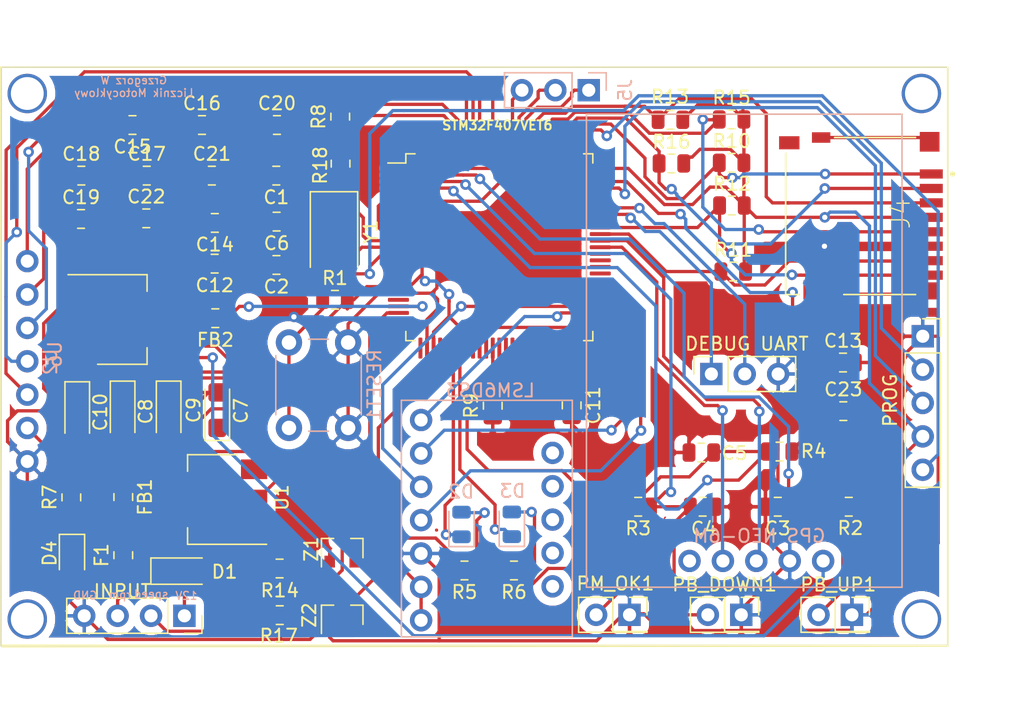
<source format=kicad_pcb>
(kicad_pcb (version 20221018) (generator pcbnew)
  (layers (0 "F.Cu" signal) (31 "B.Cu" signal) (34 "B.Paste" user) (35 "F.Paste" user) (36 "B.SilkS" user "B.Silkscreen") (37 "F.SilkS" user "F.Silkscreen") (38 "B.Mask" user) (39 "F.Mask" user) (44 "Edge.Cuts" user))
  (net 0 "")
  (net 1 "GND")
  (net 2 "HSE_IN")
  (net 3 "NRST")
  (net 4 "PB_UP")
  (net 5 "PB_DOWN")
  (net 6 "PB_OK")
  (net 7 "HSE_OUT")
  (net 8 "Net-(C7-Pad1)")
  (net 9 "+3V3")
  (net 10 "+5V")
  (net 11 "Net-(C11-Pad1)")
  (net 12 "+3.3VA")
  (net 13 "Net-(C13-Pad1)")
  (net 14 "+12V")
  (net 15 "Net-(D1-Pad1)")
  (net 16 "Net-(D2-Pad2)")
  (net 17 "LED_1")
  (net 18 "Net-(D3-Pad2)")
  (net 19 "LED_2")
  (net 20 "Net-(D4-Pad2)")
  (net 21 "Net-(F1-Pad2)")
  (net 22 "SWDIO")
  (net 23 "SWDCLK")
  (net 24 "DEBUG_RX")
  (net 25 "DEBUG_TX")
  (net 26 "Net-(J3-Pad3)")
  (net 27 "Net-(J3-Pad2)")
  (net 28 "Net-(J4-PadS1)")
  (net 29 "SDIO_D1")
  (net 30 "SDIO_D0")
  (net 31 "SDIO_SCK")
  (net 32 "SDIO_CMD")
  (net 33 "SDIO_D3")
  (net 34 "SDIO_D2")
  (net 35 "Net-(R8-Pad2)")
  (net 36 "Net-(R9-Pad2)")
  (net 37 "ENGINE_RPM_INPUT")
  (net 38 "WHEEL_RPM_INPUT")
  (net 39 "OLED_DC")
  (net 40 "OLED_CS")
  (net 41 "OLED_RST")
  (net 42 "OLED_MOSI")
  (net 43 "OLED_SCK")
  (net 44 "GPS_UART_RX")
  (net 45 "GPS_UART_TX")
  (net 46 "GYRO_MOSI")
  (net 47 "GYRO_MISO")
  (net 48 "GYRO_SCK")
  (net 49 "GYRO_CS")
  (net 50 "DEBUG_PIN1")
  (net 51 "DEBUG_PIN2")
  (net 52 "DEBUG_PIN3")
  (footprint "Capacitor_SMD:C_0805_2012Metric" (layer "F.Cu") (at 110.5875 70.9 180)
    (fp_text reference "C1")
    (fp_text value "12pF")
  )
  (footprint "Capacitor_SMD:C_0805_2012Metric" (layer "F.Cu") (at 148.725 96.1 180)
    (fp_text reference "C3")
    (fp_text value "100nF")
  )
  (footprint "Capacitor_SMD:C_0805_2012Metric" (layer "F.Cu") (at 143.0125 96.1)
    (fp_text reference "C4")
    (fp_text value "100nF")
  )
  (footprint "Capacitor_SMD:C_0805_2012Metric" (layer "F.Cu") (at 142.9125 91.975 180)
    (fp_text reference "C5")
    (fp_text value "100nF")
  )
  (footprint "Capacitor_SMD:C_0805_2012Metric" (layer "F.Cu") (at 110.6125 74.4 180)
    (fp_text reference "C6")
    (fp_text value "12pF")
  )
  (footprint "Capacitor_Tantalum_SMD:CP_EIA-3216-18_Kemet-A" (layer "F.Cu") (at 98.9 88.85 -90)
    (fp_text reference "C8")
    (fp_text value "10uF")
  )
  (footprint "Capacitor_Tantalum_SMD:CP_EIA-3216-18_Kemet-A" (layer "F.Cu") (at 95.45 88.9 -90)
    (fp_text reference "C10")
    (fp_text value "10uF")
  )
  (footprint "Capacitor_SMD:C_0805_2012Metric" (layer "F.Cu") (at 105.9 77.6 180)
    (fp_text reference "C12")
    (fp_text value "100nF")
  )
  (footprint "Capacitor_SMD:C_0805_2012Metric" (layer "F.Cu") (at 105.9125 74.5 180)
    (fp_text reference "C14")
    (fp_text value "10nF")
  )
  (footprint "Capacitor_SMD:C_0805_2012Metric" (layer "F.Cu") (at 99.65 67.05 180)
    (fp_text reference "C15")
    (fp_text value "10uF")
  )
  (footprint "Capacitor_SMD:C_0805_2012Metric" (layer "F.Cu") (at 104.9375 67.05)
    (fp_text reference "C16")
    (fp_text value "100nF")
  )
  (footprint "Capacitor_SMD:C_0805_2012Metric" (layer "F.Cu") (at 100.7375 70.9)
    (fp_text reference "C17")
    (fp_text value "100nF")
  )
  (footprint "Capacitor_SMD:C_0805_2012Metric" (layer "F.Cu") (at 95.7625 70.9)
    (fp_text reference "C18")
    (fp_text value "100nF")
  )
  (footprint "Capacitor_SMD:C_0805_2012Metric" (layer "F.Cu") (at 95.7375 74.2)
    (fp_text reference "C19")
    (fp_text value "100nF")
  )
  (footprint "Capacitor_SMD:C_0805_2012Metric" (layer "F.Cu") (at 110.6375 67.05)
    (fp_text reference "C20")
    (fp_text value "100nF")
  )
  (footprint "Capacitor_SMD:C_0805_2012Metric" (layer "F.Cu") (at 105.6875 70.9)
    (fp_text reference "C21")
    (fp_text value "100nF")
  )
  (footprint "Capacitor_SMD:C_0805_2012Metric" (layer "F.Cu") (at 100.7 74.15)
    (fp_text reference "C22")
    (fp_text value "100nF")
  )
  (footprint "Diode_SMD:D_SOD-123" (layer "F.Cu") (at 103.3 101)
    (fp_text reference "D1")
    (fp_text value "B5819W")
  )
  (footprint "Inductor_SMD:L_0805_2012Metric" (layer "F.Cu") (at 98.95 95.3625 -90)
    (fp_text reference "FB1")
    (fp_text value "100@100Mhz")
  )
  (footprint "Inductor_SMD:L_0805_2012Metric" (layer "F.Cu") (at 105.95 81.75 180)
    (fp_text reference "FB2")
    (fp_text value "100@100Mhz")
  )
  (footprint "Connector_PinSocket_2.54mm:PinSocket_1x03_P2.54mm_Vertical" (layer "F.Cu") (at 143.675 86 90)
    (fp_text reference "DEBUG UART")
    (fp_text value "Conn_01x03_Female")
  )
  (footprint "Connector_PinSocket_2.54mm:PinSocket_1x04_P2.54mm_Vertical" (layer "F.Cu") (at 103.6 104.4 -90)
    (fp_text reference "INPUT")
    (fp_text value "Conn_01x04_Female")
  )
  (footprint "licznik:AMPHENOL_1140084168" (layer "F.Cu") (at 159.525 73.975 90)
    (fp_text reference "J4")
    (fp_text value "1140084168")
  )
  (footprint "Connector_PinSocket_2.54mm:PinSocket_2x01_P2.54mm_Vertical" (layer "F.Cu") (at 145.95 104.325)
    (fp_text reference "PB_DOWN1")
    (fp_text value "SW_Push")
  )
  (footprint "Connector_PinSocket_2.54mm:PinSocket_2x01_P2.54mm_Vertical" (layer "F.Cu") (at 137.45 104.325)
    (fp_text reference "PM_OK1")
    (fp_text value "PB_OK")
  )
  (footprint "Resistor_SMD:R_0805_2012Metric" (layer "F.Cu") (at 115.05 80.35)
    (fp_text reference "R1")
    (fp_text value "10K")
  )
  (footprint "Resistor_SMD:R_0805_2012Metric" (layer "F.Cu") (at 154.125 96.1)
    (fp_text reference "R2")
    (fp_text value "10K")
  )
  (footprint "Resistor_SMD:R_0805_2012Metric" (layer "F.Cu") (at 138.1125 96.1 180)
    (fp_text reference "R3")
    (fp_text value "10K")
  )
  (footprint "Resistor_SMD:R_0805_2012Metric" (layer "F.Cu") (at 148.8625 91.9)
    (fp_text reference "R4")
    (fp_text value "10K")
  )
  (footprint "Resistor_SMD:R_0805_2012Metric" (layer "F.Cu") (at 124.9 100.95 180)
    (fp_text reference "R5")
    (fp_text value "510R")
  )
  (footprint "Resistor_SMD:R_0805_2012Metric" (layer "F.Cu") (at 128.6625 100.95 180)
    (fp_text reference "R6")
    (fp_text value "510R")
  )
  (footprint "Resistor_SMD:R_0805_2012Metric" (layer "F.Cu") (at 95 95.3875 90)
    (fp_text reference "R7")
    (fp_text value "510R")
  )
  (footprint "Resistor_SMD:R_0805_2012Metric" (layer "F.Cu") (at 115.45 66.4125 90)
    (fp_text reference "R8")
    (fp_text value "10K")
  )
  (footprint "Resistor_SMD:R_0805_2012Metric" (layer "F.Cu") (at 145.3375 78.2)
    (fp_text reference "R11")
    (fp_text value "10K")
  )
  (footprint "Resistor_SMD:R_0805_2012Metric" (layer "F.Cu") (at 145.2375 73.175)
    (fp_text reference "R12")
    (fp_text value "10K")
  )
  (footprint "Resistor_SMD:R_0805_2012Metric" (layer "F.Cu") (at 110.8375 100.8)
    (fp_text reference "R14")
    (fp_text value "510R")
  )
  (footprint "Resistor_SMD:R_0805_2012Metric" (layer "F.Cu") (at 110.85 104.35)
    (fp_text reference "R17")
    (fp_text value "510R")
  )
  (footprint "Package_TO_SOT_SMD:SOT-223-3_TabPin2" (layer "F.Cu") (at 105.75 95.55 180)
    (fp_text reference "U1")
    (fp_text value "AMS1117-3.3")
  )
  (footprint "Package_TO_SOT_SMD:SOT-223-3_TabPin2" (layer "F.Cu") (at 98.85 81.85)
    (fp_text reference "U2")
    (fp_text value "AMS1117-5.0")
  )
  (footprint "Package_QFP:LQFP-100_14x14mm_P0.5mm" (layer "F.Cu") (at 127.55 76.35)
    (fp_text reference "STM32F407VET6")
    (fp_text value "STM32F407VETx")
  )
  (footprint "Crystal:Crystal_SMD_5032-2Pin_5.0x3.2mm" (layer "F.Cu") (at 114.975 75.175 -90)
    (fp_text reference "Y1")
    (fp_text value "Crystal")
  )
  (footprint "licznik:ol1" (layer "F.Cu") (at 125.65 84.65)
    (fp_text reference "U6")
    (fp_text value "oled")
  )
  (footprint "Connector_PinSocket_2.54mm:PinSocket_2x01_P2.54mm_Vertical" (layer "F.Cu") (at 154.365 104.325)
    (fp_text reference "PB_UP1")
    (fp_text value "SW_Push")
  )
  (footprint "LED_SMD:LED_0805_2012Metric" (layer "F.Cu") (at 95.05 99.8875 -90)
    (fp_text reference "D4")
    (fp_text value "LED")
  )
  (footprint "Fuse:Fuse_0805_2012Metric" (layer "F.Cu") (at 98.95 99.7875 90)
    (fp_text reference "F1")
    (fp_text value "Fuse_Small")
  )
  (footprint "Capacitor_Tantalum_SMD:CP_EIA-3216-18_Kemet-A" (layer "F.Cu") (at 102.4 88.85 -90)
    (fp_text reference "C9")
    (fp_text value "10uF")
  )
  (footprint "Capacitor_Tantalum_SMD:CP_EIA-3216-18_Kemet-A" (layer "F.Cu") (at 106.1 88.75 90)
    (fp_text reference "C7")
    (fp_text value "10uF")
  )
  (footprint "Diode_SMD:D_SOT-23_ANK" (layer "F.Cu") (at 115.6 99.275 90)
    (fp_text reference "Z1")
    (fp_text value "KDZ3.3V-RTK/P ")
  )
  (footprint "Diode_SMD:D_SOT-23_ANK" (layer "F.Cu") (at 115.6 104.35 90)
    (fp_text reference "Z2")
    (fp_text value "KDZ3.3V-RTK/P ")
  )
  (footprint "Connector_PinSocket_2.54mm:PinSocket_1x05_P2.54mm_Vertical" (layer "F.Cu") (at 159.75 83.125)
    (fp_text reference "PROG")
    (fp_text value "Conn_01x05_Female")
  )
  (footprint "Capacitor_SMD:C_0805_2012Metric" (layer "F.Cu") (at 110.6 77.7 180)
    (fp_text reference "C2")
    (fp_text value "100nF")
  )
  (footprint "Resistor_SMD:R_0805_2012Metric" (layer "F.Cu") (at 145.2125 69.925)
    (fp_text reference "R10")
    (fp_text value "10K")
  )
  (footprint "Resistor_SMD:R_0805_2012Metric" (layer "F.Cu") (at 140.5625 66.65)
    (fp_text reference "R13")
    (fp_text value "10K")
  )
  (footprint "Resistor_SMD:R_0805_2012Metric" (layer "F.Cu") (at 145.2125 66.625)
    (fp_text reference "R15")
    (fp_text value "10K")
  )
  (footprint "Resistor_SMD:R_0805_2012Metric" (layer "F.Cu") (at 140.6375 69.975)
    (fp_text reference "R16")
    (fp_text value "10K")
  )
  (footprint "Resistor_SMD:R_0805_2012Metric" (layer "F.Cu") (at 127.05 88.4125 90)
    (fp_text reference "R9")
    (fp_text value "10K")
  )
  (footprint "Capacitor_SMD:C_0805_2012Metric" (layer "F.Cu") (at 133.05 88.3875 -90)
    (fp_text reference "C11")
    (fp_text value "2.2uF")
  )
  (footprint "Capacitor_SMD:C_0805_2012Metric" (layer "F.Cu") (at 153.7125 88.825)
    (fp_text reference "C23")
    (fp_text value "100nF")
  )
  (footprint "Capacitor_SMD:C_0805_2012Metric" (layer "F.Cu") (at 153.6875 85.125)
    (fp_text reference "C13")
    (fp_text value "2.2uF")
  )
  (footprint "Resistor_SMD:R_0805_2012Metric" (layer "F.Cu") (at 115.475 69.9875 -90)
    (fp_text reference "R18")
    (fp_text value "1M")
  )
  (footprint "LED_SMD:LED_0805_2012Metric" (layer "B.Cu") (at 124.675 97.45 90)
    (fp_text reference "D2")
    (fp_text value "LED")
  )
  (footprint "LED_SMD:LED_0805_2012Metric" (layer "B.Cu") (at 128.5 97.4375 90)
    (fp_text reference "D3")
    (fp_text value "LED")
  )
  (footprint "Connector_PinSocket_2.54mm:PinSocket_1x03_P2.54mm_Vertical" (layer "B.Cu") (at 134.35 64.4 90)
    (fp_text reference "J5")
    (fp_text value "Conn_01x03_Female")
  )
  (footprint "Button_Switch_THT:SW_PUSH_6mm" (layer "B.Cu") (at 116.05 90.1 90)
    (fp_text reference "RESET1")
    (fp_text value "SW_Push")
  )
  (footprint "licznik:gy1" (layer "B.Cu") (at 126.6 97)
    (fp_text reference " LSM6DS3")
    (fp_text value "gyro")
  )
  (footprint "licznik:gp1" (layer "B.Cu") (at 146.175 84.225 -90)
    (fp_text reference "GPS NEO-6M")
    (fp_text value "gps")
  )
  (gr_line (start 161.65 106.7) (end 161.65 62.7) (stroke (width 0.12)) (layer "F.SilkS"))
  (gr_line (start 89.7 106.75) (end 161.65 106.7) (stroke (width 0.12)) (layer "F.SilkS"))
  (gr_line (start 89.65 106.7) (end 89.7 62.65) (stroke (width 0.05)) (layer "Edge.Cuts"))
  (gr_line (start 89.7 62.65) (end 161.65 62.65) (stroke (width 0.05)) (layer "Edge.Cuts"))
  (gr_line (start 161.65 106.65) (end 89.65 106.7) (stroke (width 0.05)) (layer "Edge.Cuts"))
  (gr_line (start 161.65 62.65) (end 161.65 106.65) (stroke (width 0.05)) (layer "Edge.Cuts"))
  (gr_text "rpm" (at 98.7 102.8) (layer "B.SilkS") (effects (font (size 0.6 0.6) (thickness 0.1)) (justify mirror)))
  (gr_text "speed" (at 101.075 102.75) (layer "B.SilkS") (effects (font (size 0.6 0.6) (thickness 0.1)) (justify mirror)))
  (gr_text "12V" (at 103.75 102.875) (layer "B.SilkS") (effects (font (size 0.6 0.6) (thickness 0.1)) (justify mirror)))
  (gr_text "Grzegorz W\nLicznik Motocyklowy" (at 99.75 64.125) (layer "B.SilkS") (effects (font (size 0.6 0.6) (thickness 0.1)) (justify mirror)))
  (gr_text "GND" (at 96.05 102.85) (layer "B.SilkS") (effects (font (size 0.6 0.6) (thickness 0.1)) (justify mirror)))
  (segment (start 122.05 67.809298) (end 122.05 68.675) (width 0.25) (layer "F.Cu") (net 1))
  (segment (start 109.65 74.375) (end 109.675 74.4) (width 0.25) (layer "F.Cu") (net 1))
  (segment (start 130.4 70.85) (end 135.225 70.85) (width 0.25) (layer "F.Cu") (net 1))
  (segment (start 122.85 80.3) (end 122.4 79.85) (width 0.25) (layer "F.Cu") (net 1))
  (segment (start 157.75 85.125) (end 159.75 83.125) (width 0.25) (layer "F.Cu") (net 1))
  (segment (start 142.675 90.4) (end 141.975 91.1) (width 0.25) (layer "F.Cu") (net 1))
  (segment (start 111.575 67.05) (end 115.15 67.05) (width 0.25) (layer "F.Cu") (net 1))
  (segment (start 104.975 72.55) (end 104.975 74.5) (width 0.25) (layer "F.Cu") (net 1))
  (segment (start 122.8 79.45) (end 122.4 79.85) (width 0.25) (layer "F.Cu") (net 1))
  (segment (start 122.8 74.85) (end 126.4 74.85) (width 0.25) (layer "F.Cu") (net 1))
  (segment (start 106 78.6375) (end 104.9625 77.6) (width 0.25) (layer "F.Cu") (net 1))
  (segment (start 111.575 67.05) (end 109.65 68.975) (width 0.25) (layer "F.Cu") (net 1))
  (segment (start 145.95 105.45) (end 145.95 104.35) (width 0.25) (layer "F.Cu") (net 1))
  (segment (start 137.45 104.325) (end 136.925 104.325) (width 0.25) (layer "F.Cu") (net 1))
  (segment (start 98.7125 67.05) (end 96.7 69.0625) (width 0.25) (layer "F.Cu") (net 1))
  (segment (start 104.975 77.5875) (end 104.9625 77.6) (width 0.25) (layer "F.Cu") (net 1))
  (segment (start 95.45 89.55) (end 95.45 90.25) (width 0.25) (layer "F.Cu") (net 1))
  (segment (start 127.075 89.325) (end 127.05 89.35) (width 0.25) (layer "F.Cu") (net 1))
  (segment (start 121.6 99.66) (end 122.775001 100.835001) (width 0.25) (layer "F.Cu") (net 1))
  (segment (start 106.625 70.9) (end 104.975 72.55) (width 0.25) (layer "F.Cu") (net 1))
  (segment (start 109.6625 81.5875) (end 111.8625 81.5875) (width 0.25) (layer "F.Cu") (net 1))
  (segment (start 119.875 79.85) (end 118.385787 79.85) (width 0.25) (layer "F.Cu") (net 1))
  (segment (start 103.075 90.2) (end 103.625 89.65) (width 0.25) (layer "F.Cu") (net 1))
  (segment (start 122.05 81.85) (end 122.85 81.05) (width 0.25) (layer "F.Cu") (net 1))
  (segment (start 93.8 98.95) (end 91.65 96.8) (width 0.25) (layer "F.Cu") (net 1))
  (segment (start 148.425 90.4) (end 142.675 90.4) (width 0.25) (layer "F.Cu") (net 1))
  (segment (start 114.65 105.35) (end 114.65 106.05) (width 0.25) (layer "F.Cu") (net 1))
  (segment (start 103.625 89.65) (end 103.625 89.2) (width 0.25) (layer "F.Cu") (net 1))
  (segment (start 94.775 90.25) (end 95.45 90.25) (width 0.25) (layer "F.Cu") (net 1))
  (segment (start 115.45 67.35) (end 121.590702 67.35) (width 0.25) (layer "F.Cu") (net 1))
  (segment (start 101.675 70.9) (end 101.675 74.1125) (width 0.25) (layer "F.Cu") (net 1))
  (segment (start 109.6625 77.7) (end 109.6625 81.5875) (width 0.25) (layer "F.Cu") (net 1))
  (segment (start 116.05 90.1) (end 116.05 83.6) (width 0.25) (layer "F.Cu") (net 1))
  (segment (start 100.2875 75.5) (end 97.975 75.5) (width 0.25) (layer "F.Cu") (net 1))
  (segment (start 114 105.35) (end 113.15 106.2) (width 0.25) (layer "F.Cu") (net 1))
  (segment (start 92.92359 88.8) (end 94.37359 90.25) (width 0.25) (layer "F.Cu") (net 1))
  (segment (start 106.45 83.35) (end 106 82.9) (width 0.25) (layer "F.Cu") (net 1))
  (segment (start 109.675 74.4) (end 109.675 77.6875) (width 0.25) (layer "F.Cu") (net 1))
  (segment (start 137.45 104.25) (end 138.55 104.25) (width 0.25) (layer "F.Cu") (net 1))
  (segment (start 154.65 85.15) (end 154.625 85.125) (width 0.25) (layer "F.Cu") (net 1))
  (segment (start 102.4 90.2) (end 103.075 90.2) (width 0.25) (layer "F.Cu") (net 1))
  (segment (start 154.365 105.425) (end 154.289999 105.500001) (width 0.25) (layer "F.Cu") (net 1))
  (segment (start 106 82.9) (end 106 78.6375) (width 0.25) (layer "F.Cu") (net 1))
  (segment (start 145.95 105.425) (end 145.95 104.325) (width 0.25) (layer "F.Cu") (net 1))
  (segment (start 104.975 74.5) (end 104.975 77.5875) (width 0.25) (layer "F.Cu") (net 1))
  (segment (start 107.9 83.35) (end 106.45 83.35) (width 0.25) (layer "F.Cu") (net 1))
  (segment (start 91.65 92.65) (end 91.65 96.8) (width 0.25) (layer "F.Cu") (net 1))
  (segment (start 101.675 74.1125) (end 101.6375 74.15) (width 0.25) (layer "F.Cu") (net 1))
  (segment (start 105.425 87.4) (end 103.625 89.2) (width 0.25) (layer "F.Cu") (net 1))
  (segment (start 148.755 86) (end 148.755 87.202081) (width 0.25) (layer "F.Cu") (net 1))
  (segment (start 110.2 97.85) (end 108.9 97.85) (width 0.25) (layer "F.Cu") (net 1))
  (segment (start 122.8 74.85) (end 122.8 79.45) (width 0.25) (layer "F.Cu") (net 1))
  (segment (start 97.975 75.5) (end 96.675 74.2) (width 0.25) (layer "F.Cu") (net 1))
  (segment (start 121.590702 67.35) (end 122.05 67.809298) (width 0.25) (layer "F.Cu") (net 1))
  (segment (start 122.975 106.3) (end 122.975 101.035) (width 0.25) (layer "F.Cu") (net 1))
  (segment (start 154.289999 105.500001) (end 146.025001 105.500001) (width 0.25) (layer "F.Cu") (net 1))
  (segment (start 90.15 91.15) (end 90.15 89.55) (width 0.25) (layer "F.Cu") (net 1))
  (segment (start 116.05 90.1) (end 111.2 94.95) (width 0.25) (layer "F.Cu") (net 1))
  (segment (start 104.625 74.15) (end 104.975 74.5) (width 0.25) (layer "F.Cu") (net 1))
  (segment (start 139.825001 105.525001) (end 145.874999 105.525001) (width 0.25) (layer "F.Cu") (net 1))
  (segment (start 133.05 89.325) (end 127.075 89.325) (width 0.25) (layer "F.Cu") (net 1))
  (segment (start 110.9 106) (end 110.9 98.55) (width 0.25) (layer "F.Cu") (net 1))
  (segment (start 159.75 83.125) (end 160.85 83.125) (width 0.25) (layer "F.Cu") (net 1))
  (segment (start 133.05 89.325) (end 133.05 89.8125) (width 0.25) (layer "F.Cu") (net 1))
  (segment (start 135.2125 91.975) (end 135.7 91.975) (width 0.25) (layer "F.Cu") (net 1))
  (segment (start 122.4 79.85) (end 119.875 79.85) (width 0.25) (layer "F.Cu") (net 1))
  (segment (start 145.95 103.91) (end 145.95 104.325) (width 0.25) (layer "F.Cu") (net 1))
  (segment (start 113.15 106.2) (end 110.6 106.2) (width 0.25) (layer "F.Cu") (net 1))
  (segment (start 109.675 77.6875) (end 109.6625 77.7) (width 0.25) (layer "F.Cu") (net 1))
  (segment (start 111.8625 81.5875) (end 111.925 81.65) (width 0.25) (layer "F.Cu") (net 1))
  (segment (start 106.1 87.4) (end 105.425 87.4) (width 0.25) (layer "F.Cu") (net 1))
  (segment (start 96.7 69.0625) (end 96.7 70.9) (width 0.25) (layer "F.Cu") (net 1))
  (segment (start 147.7875 96.1) (end 147.7875 98.3775) (width 0.25) (layer "F.Cu") (net 1))
  (segment (start 119.9 74.825) (end 120.765702 74.825) (width 0.25) (layer "F.Cu") (net 1))
  (segment (start 154.65 88.825) (end 154.65 85.15) (width 0.25) (layer "F.Cu") (net 1))
  (segment (start 101.6375 74.15) (end 104.625 74.15) (width 0.25) (layer "F.Cu") (net 1))
  (segment (start 119.875 74.85) (end 122.8 74.85) (width 0.25) (layer "F.Cu") (net 1))
  (segment (start 136.925 104.325) (end 134.95 106.3) (width 0.25) (layer "F.Cu") (net 1))
  (segment (start 90.9 88.8) (end 92.92359 88.8) (width 0.25) (layer "F.Cu") (net 1))
  (segment (start 147.7875 96.1) (end 148.73751 95.14999) (width 0.25) (layer "F.Cu") (net 1))
  (segment (start 149.635 100.225) (end 145.95 103.91) (width 0.25) (layer "F.Cu") (net 1))
  (segment (start 147.7875 98.3775) (end 149.635 100.225) (width 0.25) (layer "F.Cu") (net 1))
  (segment (start 111.2 96.85) (end 110.2 97.85) (width 0.25) (layer "F.Cu") (net 1))
  (segment (start 146.025001 105.500001) (end 145.95 105.425) (width 0.25) (layer "F.Cu") (net 1))
  (segment (start 122.975 106.3) (end 114.9 106.3) (width 0.25) (layer "F.Cu") (net 1))
  (segment (start 109.6625 81.5875) (end 107.9 83.35) (width 0.25) (layer "F.Cu") (net 1))
  (segment (start 109.65 68.975) (end 109.65 70.9) (width 0.25) (layer "F.Cu") (net 1))
  (segment (start 122.85 81.05) (end 122.85 80.3) (width 0.25) (layer "F.Cu") (net 1))
  (segment (start 97.78 106.2) (end 110.6 106.2) (width 0.25) (layer "F.Cu") (net 1))
  (segment (start 91.65 96.8) (end 91.65 100.07) (width 0.25) (layer "F.Cu") (net 1))
  (segment (start 90.15 89.55) (end 90.9 88.8) (width 0.25) (layer "F.Cu") (net 1))
  (segment (start 148.755 87.202081) (end 148.73751 87.219571) (width 0.25) (layer "F.Cu") (net 1))
  (segment (start 154.365 104.325) (end 154.365 105.425) (width 0.25) (layer "F.Cu") (net 1))
  (segment (start 94.37359 90.25) (end 94.775 90.25) (width 0.25) (layer "F.Cu") (net 1))
  (segment (start 133.05 89.8125) (end 135.2125 91.975) (width 0.25) (layer "F.Cu") (net 1))
  (segment (start 160.925001 83.200001) (end 160.925001 98.864999) (width 0.25) (layer "F.Cu") (net 1))
  (segment (start 160.925001 98.864999) (end 155.465 104.325) (width 0.25) (layer "F.Cu") (net 1))
  (segment (start 95.7 79.55) (end 95.7 75.175) (width 0.25) (layer "F.Cu") (net 1))
  (segment (start 119.875 74.85) (end 119.9 74.825) (width 0.25) (layer "F.Cu") (net 1))
  (segment (start 110.9 98.55) (end 110.2 97.85) (width 0.25) (layer "F.Cu") (net 1))
  (segment (start 160.4 76.275) (end 152.275 76.275) (width 0.25) (layer "F.Cu") (net 1))
  (segment (start 109.65 70.9) (end 109.65 74.375) (width 0.25) (layer "F.Cu") (net 1))
  (segment (start 111.2 94.95) (end 111.2 96.85) (width 0.25) (layer "F.Cu") (net 1))
  (segment (start 110.9 106) (end 110.9 106.2) (width 0.25) (layer "F.Cu") (net 1))
  (segment (start 148.73751 87.219571) (end 148.73751 91.78749) (width 0.25) (layer "F.Cu") (net 1))
  (segment (start 114.65 105.35) (end 114 105.35) (width 0.25) (layer "F.Cu") (net 1))
  (segment (start 114.65 106.05) (end 114.9 106.3) (width 0.25) (layer "F.Cu") (net 1))
  (segment (start 95.7 75.175) (end 96.675 74.2) (width 0.25) (layer "F.Cu") (net 1))
  (segment (start 154.625 85.125) (end 157.75 85.125) (width 0.25) (layer "F.Cu") (net 1))
  (segment (start 101.6375 74.15) (end 100.2875 75.5) (width 0.25) (layer "F.Cu") (net 1))
  (segment (start 148.73751 95.14999) (end 148.73751 91.78749) (width 0.25) (layer "F.Cu") (net 1))
  (segment (start 119.009298 74.85) (end 119 74.85) (width 0.25) (layer "F.Cu") (net 1))
  (segment (start 105.875 67.05) (end 106.625 67.8) (width 0.25) (layer "F.Cu") (net 1))
  (segment (start 96.7 70.9) (end 96.7 74.175) (width 0.25) (layer "F.Cu") (net 1))
  (segment (start 106.625 70.9) (end 109.65 70.9) (width 0.25) (layer "F.Cu") (net 1))
  (segment (start 155.465 104.325) (end 154.365 104.325) (width 0.25) (layer "F.Cu") (net 1))
  (segment (start 112.275 98.55) (end 110.9 98.55) (width 0.25) (layer "F.Cu") (net 1))
  (segment (start 122.05 84.025) (end 122.05 81.85) (width 0.25) (layer "F.Cu") (net 1))
  (segment (start 141.975 91.975) (end 135.7 91.975) (width 0.25) (layer "F.Cu") (net 1))
  (segment (start 145.874999 105.525001) (end 145.95 105.45) (width 0.25) (layer "F.Cu") (net 1))
  (segment (start 91.65 100.07) (end 95.98 104.4) (width 0.25) (layer "F.Cu") (net 1))
  (segment (start 122.775001 100.835001) (end 122.975 101.035) (width 0.25) (layer "F.Cu") (net 1))
  (segment (start 91.65 92.65) (end 90.15 91.15) (width 0.25) (layer "F.Cu") (net 1))
  (segment (start 116.05 82.185787) (end 116.05 83.6) (width 0.25) (layer "F.Cu") (net 1))
  (segment (start 106.625 67.8) (end 106.625 70.9) (width 0.25) (layer "F.Cu") (net 1))
  (segment (start 119.875 74.85) (end 119.009298 74.85) (width 0.25) (layer "F.Cu") (net 1))
  (segment (start 95.98 104.4) (end 97.78 106.2) (width 0.25) (layer "F.Cu") (net 1))
  (segment (start 148.73751 91.78749) (end 148.73751 90.71251) (width 0.25) (layer "F.Cu") (net 1))
  (segment (start 134.95 106.3) (end 122.975 106.3) (width 0.25) (layer "F.Cu") (net 1))
  (segment (start 122.05 69.540702) (end 122.05 69.475) (width 0.25) (layer "F.Cu") (net 1))
  (segment (start 96.7 74.175) (end 96.675 74.2) (width 0.25) (layer "F.Cu") (net 1))
  (segment (start 148.73751 90.71251) (end 148.425 90.4) (width 0.25) (layer "F.Cu") (net 1))
  (segment (start 141.975 91.1) (end 141.975 91.975) (width 0.25) (layer "F.Cu") (net 1))
  (segment (start 102.35 90.25) (end 102.4 90.2) (width 0.25) (layer "F.Cu") (net 1))
  (segment (start 160.85 83.125) (end 160.925001 83.200001) (width 0.25) (layer "F.Cu") (net 1))
  (segment (start 138.55 104.25) (end 139.825001 105.525001) (width 0.25) (layer "F.Cu") (net 1))
  (segment (start 114 100.275) (end 112.275 98.55) (width 0.25) (layer "F.Cu") (net 1))
  (segment (start 95.45 90.25) (end 102.35 90.25) (width 0.25) (layer "F.Cu") (net 1))
  (segment (start 122.05 69.475) (end 122.05 68.675) (width 0.25) (layer "F.Cu") (net 1))
  (segment (start 126.4 74.85) (end 130.4 70.85) (width 0.25) (layer "F.Cu") (net 1))
  (segment (start 143.95 96.1) (end 147.7875 96.1) (width 0.25) (layer "F.Cu") (net 1))
  (segment (start 95.05 98.95) (end 93.8 98.95) (width 0.25) (layer "F.Cu") (net 1))
  (segment (start 110.6 106.2) (end 110.9 106.2) (width 0.25) (layer "F.Cu") (net 1))
  (segment (start 114.65 100.275) (end 114 100.275) (width 0.25) (layer "F.Cu") (net 1))
  (segment (start 118.385787 79.85) (end 116.05 82.185787) (width 0.25) (layer "F.Cu") (net 1))
  (segment (start 115.15 67.05) (end 115.45 67.35) (width 0.25) (layer "F.Cu") (net 1))
  (via (at 152.275 76.275) (size 0.8) (drill 0.4) (layers "F.Cu" "B.Cu") (net 1))
  (via (at 111.925 81.65) (size 0.8) (drill 0.4) (layers "F.Cu" "B.Cu") (net 1))
  (segment (start 152.275 76.275) (end 152.275 82.48) (width 0.25) (layer "B.Cu") (net 1))
  (segment (start 111.925 81.65) (end 114.1 81.65) (width 0.25) (layer "B.Cu") (net 1))
  (segment (start 114.1 81.65) (end 116.05 83.6) (width 0.25) (layer "B.Cu") (net 1))
  (segment (start 152.275 82.48) (end 148.755 86) (width 0.25) (layer "B.Cu") (net 1))
  (segment (start 114.975 71.425) (end 114.975 73.325) (width 0.25) (layer "F.Cu") (net 2))
  (segment (start 111.525 70.9) (end 115.45 70.9) (width 0.25) (layer "F.Cu") (net 2))
  (segment (start 115.475 70.925) (end 114.975 71.425) (width 0.25) (layer "F.Cu") (net 2))
  (segment (start 119.875 75.85) (end 119.009298 75.85) (width 0.25) (layer "F.Cu") (net 2))
  (segment (start 116.425 73.325) (end 117.2 74.1) (width 0.25) (layer "F.Cu") (net 2))
  (segment (start 114.975 73.325) (end 116.425 73.325) (width 0.25) (layer "F.Cu") (net 2))
  (segment (start 119.875 75.85) (end 117.55 75.85) (width 0.25) (layer "F.Cu") (net 2))
  (segment (start 115.45 70.9) (end 115.475 70.925) (width 0.25) (layer "F.Cu") (net 2))
  (segment (start 117.2 74.1) (end 117.2 75.5) (width 0.25) (layer "F.Cu") (net 2))
  (segment (start 117.2 75.5) (end 117.55 75.85) (width 0.25) (layer "F.Cu") (net 2))
  (segment (start 119.075 76.85) (end 119.875 76.85) (width 0.25) (layer "F.Cu") (net 3))
  (segment (start 116.075 78.375) (end 115.325 79.125) (width 0.25) (layer "F.Cu") (net 3))
  (segment (start 111.55 90.1) (end 111.55 88.685787) (width 0.25) (layer "F.Cu") (net 3))
  (segment (start 117.7 78.375) (end 117.7 77.809315) (width 0.25) (layer "F.Cu") (net 3))
  (segment (start 114.1125 80.35) (end 114.598027 79.864473) (width 0.25) (layer "F.Cu") (net 3))
  (segment (start 117.7 78.375) (end 116.075 78.375) (width 0.25) (layer "F.Cu") (net 3))
  (segment (start 118.659315 76.85) (end 119.075 76.85) (width 0.25) (layer "F.Cu") (net 3))
  (segment (start 111.55 83.6) (end 114.1125 81.0375) (width 0.25) (layer "F.Cu") (net 3))
  (segment (start 114.1125 81.0375) (end 114.1125 80.35) (width 0.25) (layer "F.Cu") (net 3))
  (segment (start 111.55 88.685787) (end 111.55 83.6) (width 0.25) (layer "F.Cu") (net 3))
  (segment (start 114.598027 79.864473) (end 114.598027 79.851973) (width 0.25) (layer "F.Cu") (net 3))
  (segment (start 115.325 79.125) (end 114.1125 80.35) (width 0.25) (layer "F.Cu") (net 3))
  (segment (start 115.5125 78.95) (end 115.325 79.125) (width 0.25) (layer "F.Cu") (net 3))
  (segment (start 114.1125 80.275) (end 114.1125 80.35) (width 0.25) (layer "F.Cu") (net 3))
  (segment (start 117.7 77.809315) (end 118.659315 76.85) (width 0.25) (layer "F.Cu") (net 3))
  (segment (start 111.5375 77.7) (end 114.1125 80.275) (width 0.25) (layer "F.Cu") (net 3))
  (via (at 117.7 78.375) (size 0.8) (drill 0.4) (layers "F.Cu" "B.Cu") (net 3))
  (segment (start 160.599999 92.435001) (end 159.75 93.285) (width 0.25) (layer "B.Cu") (net 3))
  (segment (start 152.111401 64.824991) (end 160.925001 73.638591) (width 0.25) (layer "B.Cu") (net 3))
  (segment (start 119.45 65.95) (end 117.7 67.7) (width 0.25) (layer "B.Cu") (net 3))
  (segment (start 120.275 65.95) (end 137.01359 65.95) (width 0.25) (layer "B.Cu") (net 3))
  (segment (start 117.7 67.7) (end 117.7 78.375) (width 0.25) (layer "B.Cu") (net 3))
  (segment (start 120.275 65.95) (end 119.45 65.95) (width 0.25) (layer "B.Cu") (net 3))
  (segment (start 160.925001 73.638591) (end 160.925001 92.109999) (width 0.25) (layer "B.Cu") (net 3))
  (segment (start 160.925001 92.109999) (end 160.599999 92.435001) (width 0.25) (layer "B.Cu") (net 3))
  (segment (start 138.1386 64.82499) (end 152.111401 64.824991) (width 0.25) (layer "B.Cu") (net 3))
  (segment (start 137.01359 65.95) (end 138.1386 64.82499) (width 0.25) (layer "B.Cu") (net 3))
  (segment (start 125.793864 70.870927) (end 126.074474 71.151537) (width 0.25) (layer "F.Cu") (net 4))
  (segment (start 125.777835 70.854898) (end 126.074474 71.151537) (width 0.25) (layer "F.Cu") (net 4))
  (segment (start 153.1875 96.1) (end 153.1875 98.4125) (width 0.25) (layer "F.Cu") (net 4))
  (segment (start 124.8 70.85) (end 124.804898 70.854898) (width 0.25) (layer "F.Cu") (net 4))
  (segment (start 153.1875 96.1) (end 149.6625 96.1) (width 0.25) (layer "F.Cu") (net 4))
  (segment (start 149.55 93.575) (end 149.55 95.9875) (width 0.25) (layer "F.Cu") (net 4))
  (segment (start 124.804898 70.854898) (end 125.777835 70.854898) (width 0.25) (layer "F.Cu") (net 4))
  (segment (start 153.1875 98.4125) (end 153.675 98.9) (width 0.25) (layer "F.Cu") (net 4))
  (segment (start 153.675 102.475) (end 151.825 104.325) (width 0.25) (layer "F.Cu") (net 4))
  (segment (start 119.875 70.85) (end 124.8 70.85) (width 0.25) (layer "F.Cu") (net 4))
  (segment (start 153.675 98.9) (end 153.675 102.475) (width 0.25) (layer "F.Cu") (net 4))
  (segment (start 149.55 95.9875) (end 149.6625 96.1) (width 0.25) (layer "F.Cu") (net 4))
  (via (at 149.55 93.575) (size 0.8) (drill 0.4) (layers "F.Cu" "B.Cu") (net 4))
  (via (at 126.074474 71.151537) (size 0.8) (drill 0.4) (layers "F.Cu" "B.Cu") (net 4))
  (segment (start 141.6 79.85) (end 141.6 86.210002) (width 0.25) (layer "B.Cu") (net 4))
  (segment (start 130.647937 75.725) (end 137.475 75.725) (width 0.25) (layer "B.Cu") (net 4))
  (segment (start 149.55 90.001998) (end 149.55 93.575) (width 0.25) (layer "B.Cu") (net 4))
  (segment (start 143.139998 87.75) (end 147.298002 87.75) (width 0.25) (layer "B.Cu") (net 4))
  (segment (start 126.074474 71.151537) (end 130.647937 75.725) (width 0.25) (layer "B.Cu") (net 4))
  (segment (start 147.298002 87.75) (end 149.55 90.001998) (width 0.25) (layer "B.Cu") (net 4))
  (segment (start 141.6 86.210002) (end 143.139998 87.75) (width 0.25) (layer "B.Cu") (net 4))
  (segment (start 137.475 75.725) (end 141.6 79.85) (width 0.25) (layer "B.Cu") (net 4))
  (segment (start 124.74871 71.35) (end 124.978609 71.579899) (width 0.25) (layer "F.Cu") (net 5))
  (segment (start 141.55 104.325) (end 143.41 104.325) (width 0.25) (layer "F.Cu") (net 5))
  (segment (start 139.05 96.1) (end 139.5375 96.1) (width 0.25) (layer "F.Cu") (net 5))
  (segment (start 140.839999 103.614999) (end 141.55 104.325) (width 0.25) (layer "F.Cu") (net 5))
  (segment (start 142.075 96.1) (end 140.839999 97.335001) (width 0.25) (layer "F.Cu") (net 5))
  (segment (start 140.175 94.975) (end 139.05 96.1) (width 0.25) (layer "F.Cu") (net 5))
  (segment (start 139.5375 96.1) (end 142.075 96.1) (width 0.25) (layer "F.Cu") (net 5))
  (segment (start 119.875 71.35) (end 124.74871 71.35) (width 0.25) (layer "F.Cu") (net 5))
  (segment (start 140.839999 97.335001) (end 140.839999 103.614999) (width 0.25) (layer "F.Cu") (net 5))
  (segment (start 140.6 94.975) (end 140.175 94.975) (width 0.25) (layer "F.Cu") (net 5))
  (via (at 124.978609 71.579899) (size 0.8) (drill 0.4) (layers "F.Cu" "B.Cu") (net 5))
  (via (at 140.6 94.975) (size 0.8) (drill 0.4) (layers "F.Cu" "B.Cu") (net 5))
  (segment (start 140.6 80.325) (end 140.6 94.975) (width 0.25) (layer "B.Cu") (net 5))
  (segment (start 137.125 76.825) (end 137.125 76.85) (width 0.25) (layer "B.Cu") (net 5))
  (segment (start 130.22371 76.825) (end 137.125 76.825) (width 0.25) (layer "B.Cu") (net 5))
  (segment (start 124.978609 71.579899) (end 130.22371 76.825) (width 0.25) (layer "B.Cu") (net 5))
  (segment (start 137.125 76.85) (end 140.6 80.325) (width 0.25) (layer "B.Cu") (net 5))
  (segment (start 142 93.825) (end 143.85 91.975) (width 0.25) (layer "F.Cu") (net 6))
  (segment (start 145.75 94.075) (end 147.925 91.9) (width 0.25) (layer "F.Cu") (net 6))
  (segment (start 134.85 104.19) (end 134.91 104.25) (width 0.25) (layer "F.Cu") (net 6))
  (segment (start 138.23749 95.40816) (end 139.82065 93.825) (width 0.25) (layer "F.Cu") (net 6))
  (segment (start 119.875 71.85) (end 123.840546 71.85) (width 0.25) (layer "F.Cu") (net 6))
  (segment (start 134.91 104.325) (end 138.23749 100.99751) (width 0.25) (layer "F.Cu") (net 6))
  (segment (start 143.925 91.9) (end 143.85 91.975) (width 0.25) (layer "F.Cu") (net 6))
  (segment (start 139.82065 93.825) (end 142 93.825) (width 0.25) (layer "F.Cu") (net 6))
  (segment (start 138.23749 100.99751) (end 138.23749 95.40816) (width 0.25) (layer "F.Cu") (net 6))
  (segment (start 147.925 91.9) (end 143.925 91.9) (width 0.25) (layer "F.Cu") (net 6))
  (segment (start 123.840546 71.85) (end 124.065546 72.075) (width 0.25) (layer "F.Cu") (net 6))
  (segment (start 143.375 94.075) (end 145.75 94.075) (width 0.25) (layer "F.Cu") (net 6))
  (via (at 124.065546 72.075) (size 0.8) (drill 0.4) (layers "F.Cu" "B.Cu") (net 6))
  (via (at 143.375 94.075) (size 0.8) (drill 0.4) (layers "F.Cu" "B.Cu") (net 6))
  (segment (start 139.45 95.5) (end 140.225 96.275) (width 0.25) (layer "B.Cu") (net 6))
  (segment (start 136.525 77.9) (end 139.45 80.825) (width 0.25) (layer "B.Cu") (net 6))
  (segment (start 141.175 96.275) (end 143.375 94.075) (width 0.25) (layer "B.Cu") (net 6))
  (segment (start 129.890546 77.9) (end 136.525 77.9) (width 0.25) (layer "B.Cu") (net 6))
  (segment (start 139.45 80.825) (end 139.45 95.5) (width 0.25) (layer "B.Cu") (net 6))
  (segment (start 124.065546 72.075) (end 129.890546 77.9) (width 0.25) (layer "B.Cu") (net 6))
  (segment (start 140.225 96.275) (end 141.175 96.275) (width 0.25) (layer "B.Cu") (net 6))
  (segment (start 110.525 73.375) (end 110.525 69.625) (width 0.25) (layer "F.Cu") (net 7))
  (segment (start 117.55 76.35) (end 117.925 76.35) (width 0.25) (layer "F.Cu") (net 7))
  (segment (start 117.1 76.35) (end 117.55 76.35) (width 0.25) (layer "F.Cu") (net 7))
  (segment (start 110.525 69.625) (end 111.1 69.05) (width 0.25) (layer "F.Cu") (net 7))
  (segment (start 111.55 74.4) (end 110.525 73.375) (width 0.25) (layer "F.Cu") (net 7))
  (segment (start 117.925 76.35) (end 117.9 76.35) (width 0.25) (layer "F.Cu") (net 7))
  (segment (start 114.975 77.025) (end 116.425 77.025) (width 0.25) (layer "F.Cu") (net 7))
  (segment (start 111.55 75.05) (end 111.55 74.4) (width 0.25) (layer "F.Cu") (net 7))
  (segment (start 111.1 69.05) (end 115.475 69.05) (width 0.25) (layer "F.Cu") (net 7))
  (segment (start 114.975 77.025) (end 113.525 77.025) (width 0.25) (layer "F.Cu") (net 7))
  (segment (start 113.525 77.025) (end 111.55 75.05) (width 0.25) (layer "F.Cu") (net 7))
  (segment (start 119.875 76.35) (end 117.925 76.35) (width 0.25) (layer "F.Cu") (net 7))
  (segment (start 116.425 77.025) (end 117.1 76.35) (width 0.25) (layer "F.Cu") (net 7))
  (segment (start 98.9 86.1) (end 98.9 86.75) (width 0.25) (layer "F.Cu") (net 8))
  (segment (start 96.95 84.15) (end 98.9 86.1) (width 0.25) (layer "F.Cu") (net 8))
  (segment (start 108.9 92.225) (end 108.9 92.25) (width 0.25) (layer "F.Cu") (net 8))
  (segment (start 107.15 85.85) (end 108.9 87.6) (width 0.25) (layer "F.Cu") (net 8))
  (segment (start 95.7 84.15) (end 96.95 84.15) (width 0.25) (layer "F.Cu") (net 8))
  (segment (start 106.775 90.1) (end 108.9 92.225) (width 0.25) (layer "F.Cu") (net 8))
  (segment (start 98.9 87.5) (end 99.575 87.5) (width 0.25) (layer "F.Cu") (net 8))
  (segment (start 108.9 87.6) (end 108.9 93.25) (width 0.25) (layer "F.Cu") (net 8))
  (segment (start 100.2875 92.6) (end 100.3 92.6) (width 0.25) (layer "F.Cu") (net 8))
  (segment (start 101.225 85.85) (end 107.15 85.85) (width 0.25) (layer "F.Cu") (net 8))
  (segment (start 98.95 93.9375) (end 100.2875 92.6) (width 0.25) (layer "F.Cu") (net 8))
  (segment (start 100.3 92.6) (end 101 91.9) (width 0.25) (layer "F.Cu") (net 8))
  (segment (start 106.1 90.1) (end 106.775 90.1) (width 0.25) (layer "F.Cu") (net 8))
  (segment (start 98.95 94.425) (end 98.95 93.9375) (width 0.25) (layer "F.Cu") (net 8))
  (segment (start 101 91.9) (end 108.4 91.9) (width 0.25) (layer "F.Cu") (net 8))
  (segment (start 105.9 90.25) (end 106 90.15) (width 0.25) (layer "F.Cu") (net 8))
  (segment (start 108.9 92.25) (end 108.9 93.25) (width 0.25) (layer "F.Cu") (net 8))
  (segment (start 99.575 87.5) (end 101.225 85.85) (width 0.25) (layer "F.Cu") (net 8))
  (segment (start 98.9 86.75) (end 98.9 87.45) (width 0.25) (layer "F.Cu") (net 8))
  (segment (start 121.55 68.675) (end 121.55 69.677112) (width 0.25) (layer "F.Cu") (net 9))
  (segment (start 122.9 98.675) (end 122.709999 98.484999) (width 0.25) (layer "F.Cu") (net 9))
  (segment (start 97.43751 95.23751) (end 96.65 94.45) (width 0.25) (layer "F.Cu") (net 9))
  (segment (start 120.740702 79.35) (end 121.675 78.415702) (width 0.25) (layer "F.Cu") (net 9))
  (segment (start 112.6 91.9) (end 111.55 91.9) (width 0.25) (layer "F.Cu") (net 9))
  (segment (start 109.7 65.95) (end 109.4 65.65) (width 0.25) (layer "F.Cu") (net 9))
  (segment (start 135.075 96.1) (end 137.175 96.1) (width 0.25) (layer "F.Cu") (net 9))
  (segment (start 95.9 94.45) (end 96.15 94.45) (width 0.25) (layer "F.Cu") (net 9))
  (segment (start 146.075 66.625) (end 146.075 65.925) (width 0.25) (layer "F.Cu") (net 9))
  (segment (start 106.55 88.65) (end 105.63819 88.65) (width 0.25) (layer "F.Cu") (net 9))
  (segment (start 160.4 74.075) (end 152.15 74.075) (width 0.25) (layer "F.Cu") (net 9))
  (segment (start 98.00001 91.44999) (end 95.485527 93.964473) (width 0.25) (layer "F.Cu") (net 9))
  (segment (start 158.05 92.445) (end 158.05 95.6) (width 0.25) (layer "F.Cu") (net 9))
  (segment (start 103.075 87.5) (end 104.275 86.3) (width 0.25) (layer "F.Cu") (net 9))
  (segment (start 104 66.35) (end 103.3 65.65) (width 0.25) (layer "F.Cu") (net 9))
  (segment (start 118.35 73.225) (end 118.35 74.83641) (width 0.25) (layer "F.Cu") (net 9))
  (segment (start 102.8382 91.44999) (end 98.00001 91.44999) (width 0.25) (layer "F.Cu") (net 9))
  (segment (start 109.7 87.626998) (end 109.7 87.8) (width 0.25) (layer "F.Cu") (net 9))
  (segment (start 111.55 93.15) (end 111.55 91.9) (width 0.25) (layer "F.Cu") (net 9))
  (segment (start 123.9625 100.95) (end 125.3375 102.325) (width 0.25) (layer "F.Cu") (net 9))
  (segment (start 123.725 81.625) (end 124.55 82.45) (width 0.25) (layer "F.Cu") (net 9))
  (segment (start 126.725 93.35) (end 125.1 91.725) (width 0.25) (layer "F.Cu") (net 9))
  (segment (start 109.7 67.05) (end 109.7 65.95) (width 0.25) (layer "F.Cu") (net 9))
  (segment (start 109.4 65.65) (end 102.85 65.65) (width 0.25) (layer "F.Cu") (net 9))
  (segment (start 149.8 91.9) (end 150.2875 91.9) (width 0.25) (layer "F.Cu") (net 9))
  (segment (start 158.05 95.6) (end 157.55 96.1) (width 0.25) (layer "F.Cu") (net 9))
  (segment (start 146.15 69.925) (end 146.15 73.15) (width 0.25) (layer "F.Cu") (net 9))
  (segment (start 137.175 99.025) (end 137.175 96.1) (width 0.25) (layer "F.Cu") (net 9))
  (segment (start 102.02499 88.57501) (end 102.4 88.2) (width 0.25) (layer "F.Cu") (net 9))
  (segment (start 122.222888 70.35) (end 123.225 70.35) (width 0.25) (layer "F.Cu") (net 9))
  (segment (start 115.9875 80.35) (end 116.475 80.35) (width 0.25) (layer "F.Cu") (net 9))
  (segment (start 121.675 78.415702) (end 121.675 76.284298) (width 0.25) (layer "F.Cu") (net 9))
  (segment (start 102.4 88.2) (end 102.4 87.5) (width 0.25) (layer "F.Cu") (net 9))
  (segment (start 119 79.35) (end 119.875 79.35) (width 0.25) (layer "F.Cu") (net 9))
  (segment (start 105.0125 83.6875) (end 105.2 83.875) (width 0.25) (layer "F.Cu") (net 9))
  (segment (start 96.65 94.45) (end 95.9 94.45) (width 0.25) (layer "F.Cu") (net 9))
  (segment (start 155.0625 94.9875) (end 155.0625 96.1) (width 0.25) (layer "F.Cu") (net 9))
  (segment (start 94.825 70.9) (end 94.825 74.175) (width 0.25) (layer "F.Cu") (net 9))
  (segment (start 119.925 99) (end 119.9 99.1) (width 0.25) (layer "F.Cu") (net 9))
  (segment (start 144.775001 71.775001) (end 145.689473 72.689473) (width 0.25) (layer "F.Cu") (net 9))
  (segment (start 94.314473 74.685527) (end 94.314473 80.735527) (width 0.25) (layer "F.Cu") (net 9))
  (segment (start 152.775 88.825) (end 149.8 91.8) (width 0.25) (layer "F.Cu") (net 9))
  (segment (start 132.840702 82.45) (end 133.55 83.159298) (width 0.25) (layer "F.Cu") (net 9))
  (segment (start 141.575 69.975) (end 142.060527 69.489473) (width 0.25) (layer "F.Cu") (net 9))
  (segment (start 99.8 67.8375) (end 100.5875 67.05) (width 0.25) (layer "F.Cu") (net 9))
  (segment (start 99.8 70.9) (end 99.8 74.1125) (width 0.25) (layer "F.Cu") (net 9))
  (segment (start 94.55 88.75) (end 92.89999 87.09999) (width 0.25) (layer "F.Cu") (net 9))
  (segment (start 141.5 66.65) (end 142.625 65.525) (width 0.25) (layer "F.Cu") (net 9))
  (segment (start 101.99999 88.57501) (end 101.825 88.75) (width 0.25) (layer "F.Cu") (net 9))
  (segment (start 126.15 72.85) (end 128.225 70.775) (width 0.25) (layer "F.Cu") (net 9))
  (segment (start 154 93.925) (end 155.0625 94.9875) (width 0.25) (layer "F.Cu") (net 9))
  (segment (start 131.259349 100.795001) (end 135.404999 100.795001) (width 0.25) (layer "F.Cu") (net 9))
  (segment (start 134.425 70.35) (end 135.225 70.35) (width 0.25) (layer "F.Cu") (net 9))
  (segment (start 119.875 79.35) (end 120.740702 79.35) (width 0.25) (layer "F.Cu") (net 9))
  (segment (start 122.55 82.8) (end 123.725 81.625) (width 0.25) (layer "F.Cu") (net 9))
  (segment (start 105.63819 88.65) (end 102.8382 91.44999) (width 0.25) (layer "F.Cu") (net 9))
  (segment (start 133.75 88.4) (end 134.225 87.925) (width 0.25) (layer "F.Cu") (net 9))
  (segment (start 113.45 82.8875) (end 113.45 91.05) (width 0.25) (layer "F.Cu") (net 9))
  (segment (start 119.875 72.85) (end 126.15 72.85) (width 0.25) (layer "F.Cu") (net 9))
  (segment (start 98.1 65.65) (end 99.6 65.65) (width 0.25) (layer "F.Cu") (net 9))
  (segment (start 92.89999 82.15001) (end 92.89999 87.09999) (width 0.25) (layer "F.Cu") (net 9))
  (segment (start 149.8 91.8) (end 149.8 91.9) (width 0.25) (layer "F.Cu") (net 9))
  (segment (start 109.7 91) (end 109.7 87.8) (width 0.25) (layer "F.Cu") (net 9))
  (segment (start 94.825 74.175) (end 94.8 74.2) (width 0.25) (layer "F.Cu") (net 9))
  (segment (start 118.725 72.85) (end 118.35 73.225) (width 0.25) (layer "F.Cu") (net 9))
  (segment (start 95 93.46) (end 91.65 90.11) (width 0.25) (layer "F.Cu") (net 9))
  (segment (start 105.2 83.875) (end 105.948002 83.875) (width 0.25) (layer "F.Cu") (net 9))
  (segment (start 95.485527 93.964473) (end 95 94.45) (width 0.25) (layer "F.Cu") (net 9))
  (segment (start 159.75 90.745) (end 158.05 92.445) (width 0.25) (layer "F.Cu") (net 9))
  (segment (start 120.440001 98.484999) (end 119.925 99) (width 0.25) (layer "F.Cu") (net 9))
  (segment (start 102.02499 88.57501) (end 101.99999 88.57501) (width 0.25) (layer "F.Cu") (net 9))
  (segment (start 145.664473 69.439473) (end 146.15 69.925) (width 0.25) (layer "F.Cu") (net 9))
  (segment (start 155.0625 95.4325) (end 155.0625 96.1) (width 0.25) (layer "F.Cu") (net 9))
  (segment (start 123.9625 99.7375) (end 122.9 98.675) (width 0.25) (layer "F.Cu") (net 9))
  (segment (start 94.314473 80.735527) (end 92.89999 82.15001) (width 0.25) (layer "F.Cu") (net 9))
  (segment (start 135.225 70.35) (end 137.35218 70.35) (width 0.25) (layer "F.Cu") (net 9))
  (segment (start 127.175 102.325) (end 127.725 101.775) (width 0.25) (layer "F.Cu") (net 9))
  (segment (start 157.55 96.1) (end 155.0625 96.1) (width 0.25) (layer "F.Cu") (net 9))
  (segment (start 104.75 70.9) (end 104.75 67.8) (width 0.25) (layer "F.Cu") (net 9))
  (segment (start 123.725 80.302) (end 123.725 80.5) (width 0.25) (layer "F.Cu") (net 9))
  (segment (start 99.8 70.9) (end 99.8 67.8375) (width 0.25) (layer "F.Cu") (net 9))
  (segment (start 121.6 103.402081) (end 121.6 104.74) (width 0.25) (layer "F.Cu") (net 9))
  (segment (start 125.1 89.4) (end 126.1 88.4) (width 0.25) (layer "F.Cu") (net 9))
  (segment (start 125.1 91.725) (end 125.1 89.4) (width 0.25) (layer "F.Cu") (net 9))
  (segment (start 122.775001 97.876997) (end 122.774999 97.876999) (width 0.25) (layer "F.Cu") (net 9))
  (segment (start 132.325 93.35) (end 126.725 93.35) (width 0.25) (layer "F.Cu") (net 9))
  (segment (start 120.509999 98.484999) (end 120.5 98.475) (width 0.25) (layer "F.Cu") (net 9))
  (segment (start 146.15 73.15) (end 146.175 73.175) (width 0.25) (layer "F.Cu") (net 9))
  (segment (start 150.2875 91.9) (end 152.3125 93.925) (width 0.25) (layer "F.Cu") (net 9))
  (segment (start 121.6 102.2) (end 121.6 103.402081) (width 0.25) (layer "F.Cu") (net 9))
  (segment (start 100.5875 67.05) (end 100.5875 66.35) (width 0.25) (layer "F.Cu") (net 9))
  (segment (start 128.225 70.775) (end 128.525 70.475) (width 0.25) (layer "F.Cu") (net 9))
  (segment (start 127.725 100.95) (end 129.15 102.375) (width 0.25) (layer "F.Cu") (net 9))
  (segment (start 145.05 65.525) (end 146.15 66.625) (width 0.25) (layer "F.Cu") (net 9))
  (segment (start 116.475 80.35) (end 117.475 79.35) (width 0.25) (layer "F.Cu") (net 9))
  (segment (start 100.5875 66.35) (end 99.8875 65.65) (width 0.25) (layer "F.Cu") (net 9))
  (segment (start 123.9625 100.95) (end 123.9625 99.7375) (width 0.25) (layer "F.Cu") (net 9))
  (segment (start 129.67935 102.375) (end 131.259349 100.795001) (width 0.25) (layer "F.Cu") (net 9))
  (segment (start 122.55 84.025) (end 122.55 82.8) (width 0.25) (layer "F.Cu") (net 9))
  (segment (start 109.15 95.55) (end 111.55 93.15) (width 0.25) (layer "F.Cu") (net 9))
  (segment (start 123.725 80.5) (end 123.725 81.625) (width 0.25) (layer "F.Cu") (net 9))
  (segment (start 135.404999 100.795001) (end 137.175 99.025) (width 0.25) (layer "F.Cu") (net 9))
  (segment (start 142.80001 68.89999) (end 145.12499 68.89999) (width 0.25) (layer "F.Cu") (net 9))
  (segment (start 115.9875 80.35) (end 115.9875 81.05) (width 0.25) (layer "F.Cu") (net 9))
  (segment (start 145.689473 72.689473) (end 146.175 73.175) (width 0.25) (layer "F.Cu") (net 9))
  (segment (start 121.675 78.415702) (end 121.675 78.7) (width 0.25) (layer "F.Cu") (net 9))
  (segment (start 122.709999 98.484999) (end 120.509999 98.484999) (width 0.25) (layer "F.Cu") (net 9))
  (segment (start 127.725 101.775) (end 127.725 100.95) (width 0.25) (layer "F.Cu") (net 9))
  (segment (start 135.075 96.1) (end 132.325 93.35) (width 0.25) (layer "F.Cu") (net 9))
  (segment (start 118.86359 75.35) (end 119.075 75.35) (width 0.25) (layer "F.Cu") (net 9))
  (segment (start 128.225 70.725) (end 128.6 70.35) (width 0.25) (layer "F.Cu") (net 9))
  (segment (start 108.9 95.55) (end 109.15 95.55) (width 0.25) (layer "F.Cu") (net 9))
  (segment (start 146.175 73.175) (end 146.175 78.1) (width 0.25) (layer "F.Cu") (net 9))
  (segment (start 146.15 67.325) (end 146.15 69.925) (width 0.25) (layer "F.Cu") (net 9))
  (segment (start 126.1 88.4) (end 133.75 88.4) (width 0.25) (layer "F.Cu") (net 9))
  (segment (start 94.825 70.9) (end 94.825 68.925) (width 0.25) (layer "F.Cu") (net 9))
  (segment (start 119.9 99.55) (end 119.925 99) (width 0.25) (layer "F.Cu") (net 9))
  (segment (start 94.8 74.2) (end 94.314473 74.685527) (width 0.25) (layer "F.Cu") (net 9))
  (segment (start 113.45 91.05) (end 112.6 91.9) (width 0.25) (layer "F.Cu") (net 9))
  (segment (start 147.075 74.075) (end 146.175 73.175) (width 0.25) (layer "F.Cu") (net 9))
  (segment (start 137.35218 70.35) (end 140.102191 73.100011) (width 0.25) (layer "F.Cu") (net 9))
  (segment (start 119.075 75.35) (end 119.875 75.35) (width 0.25) (layer "F.Cu") (net 9))
  (segment (start 102.2 95.55) (end 101.88751 95.23751) (width 0.25) (layer "F.Cu") (net 9))
  (segment (start 107.10001 88.09999) (end 106.55 88.65) (width 0.25) (layer "F.Cu") (net 9))
  (segment (start 128.225 70.775) (end 128.225 70.725) (width 0.25) (layer "F.Cu") (net 9))
  (segment (start 146.15 66.625) (end 146.15 67.325) (width 0.25) (layer "F.Cu") (net 9))
  (segment (start 129.15 102.375) (end 129.67935 102.375) (width 0.25) (layer "F.Cu") (net 9))
  (segment (start 94.825 68.925) (end 98.1 65.65) (width 0.25) (layer "F.Cu") (net 9))
  (segment (start 104 67.05) (end 104 66.35) (width 0.25) (layer "F.Cu") (net 9))
  (segment (start 107.10001 86.71182) (end 107.10001 88.09999) (width 0.25) (layer "F.Cu") (net 9))
  (segment (start 95 94.45) (end 95 93.46) (width 0.25) (layer "F.Cu") (net 9))
  (segment (start 102.4 87.5) (end 103.075 87.5) (width 0.25) (layer "F.Cu") (net 9))
  (segment (start 99.6 65.65) (end 102.85 65.65) (width 0.25) (layer "F.Cu") (net 9))
  (segment (start 121.6 102.2) (end 119.9 100.5) (width 0.25) (layer "F.Cu") (net 9))
  (segment (start 123.725 80.490685) (end 123.725 80.5) (width 0.25) (layer "F.Cu") (net 9))
  (segment (start 102.6 95.55) (end 103.85 95.55) (width 0.25) (layer "F.Cu") (net 9))
  (segment (start 103.85 95.55) (end 108.9 95.55) (width 0.25) (layer "F.Cu") (net 9))
  (segment (start 121.675 76.284298) (end 120.740702 75.35) (width 0.25) (layer "F.Cu") (net 9))
  (segment (start 111.55 91.9) (end 110.6 91.9) (width 0.25) (layer "F.Cu") (net 9))
  (segment (start 105.948002 83.875) (end 109.7 87.626998) (width 0.25) (layer "F.Cu") (net 9))
  (segment (start 124.55 82.45) (end 132.840702 82.45) (width 0.25) (layer "F.Cu") (net 9))
  (segment (start 120.509999 98.484999) (end 120.440001 98.484999) (width 0.25) (layer "F.Cu") (net 9))
  (segment (start 142.625 65.525) (end 145.05 65.525) (width 0.25) (layer "F.Cu") (net 9))
  (segment (start 104.75 67.8) (end 104 67.05) (width 0.25) (layer "F.Cu") (net 9))
  (segment (start 146.175 78.1) (end 146.275 78.2) (width 0.25) (layer "F.Cu") (net 9))
  (segment (start 115.9875 80.35) (end 113.45 82.8875) (width 0.25) (layer "F.Cu") (net 9))
  (segment (start 152.15 74.075) (end 152.3 74.075) (width 0.25) (layer "F.Cu") (net 9))
  (segment (start 123.725 79.925) (end 123.725 80.490685) (width 0.25) (layer "F.Cu") (net 9))
  (segment (start 119.9 100.5) (end 119.9 99.55) (width 0.25) (layer "F.Cu") (net 9))
  (segment (start 118.35 74.83641) (end 118.86359 75.35) (width 0.25) (layer "F.Cu") (net 9))
  (segment (start 152.15 74.075) (end 147.075 74.075) (width 0.25) (layer "F.Cu") (net 9))
  (segment (start 121.55 69.677112) (end 122.222888 70.35) (width 0.25) (layer "F.Cu") (net 9))
  (segment (start 125.3375 102.325) (end 127.175 102.325) (width 0.25) (layer "F.Cu") (net 9))
  (segment (start 133.55 84.025) (end 133.55 86.025) (width 0.25) (layer "F.Cu") (net 9))
  (segment (start 102.85 65.65) (end 103.3 65.65) (width 0.25) (layer "F.Cu") (net 9))
  (segment (start 142.249989 73.100011) (end 143.574999 71.775001) (width 0.25) (layer "F.Cu") (net 9))
  (segment (start 123.225 70.35) (end 128.6 70.35) (width 0.25) (layer "F.Cu") (net 9))
  (segment (start 101.88751 95.23751) (end 97.43751 95.23751) (width 0.25) (layer "F.Cu") (net 9))
  (segment (start 134.225 87.925) (end 134.225 86.7) (width 0.25) (layer "F.Cu") (net 9))
  (segment (start 99.8 74.1125) (end 99.7625 74.15) (width 0.25) (layer "F.Cu") (net 9))
  (segment (start 102.6 95.55) (end 102.2 95.55) (width 0.25) (layer "F.Cu") (net 9))
  (segment (start 110.6 91.9) (end 109.7 91) (width 0.25) (layer "F.Cu") (net 9))
  (segment (start 120.740702 75.35) (end 119.875 75.35) (width 0.25) (layer "F.Cu") (net 9))
  (segment (start 101.825 88.75) (end 94.55 88.75) (width 0.25) (layer "F.Cu") (net 9))
  (segment (start 133.55 83.159298) (end 133.55 84.025) (width 0.25) (layer "F.Cu") (net 9))
  (segment (start 152.3125 93.925) (end 154 93.925) (width 0.25) (layer "F.Cu") (net 9))
  (segment (start 104.275 86.3) (end 106.68819 86.3) (width 0.25) (layer "F.Cu") (net 9))
  (segment (start 128.6 70.35) (end 135.225 70.35) (width 0.25) (layer "F.Cu") (net 9))
  (segment (start 121.675 78.7) (end 121.9 78.925) (width 0.25) (layer "F.Cu") (net 9))
  (segment (start 117.475 79.35) (end 119 79.35) (width 0.25) (layer "F.Cu") (net 9))
  (segment (start 105.0125 81.75) (end 105.0125 83.6875) (width 0.25) (layer "F.Cu") (net 9))
  (segment (start 142.060527 69.489473) (end 142.210527 69.489473) (width 0.25) (layer "F.Cu") (net 9))
  (segment (start 95 94.45) (end 95.9 94.45) (width 0.25) (layer "F.Cu") (net 9))
  (segment (start 119.875 72.85) (end 118.725 72.85) (width 0.25) (layer "F.Cu") (net 9))
  (segment (start 99.8875 65.65) (end 99.6 65.65) (width 0.25) (layer "F.Cu") (net 9))
  (segment (start 140.102191 73.100011) (end 142.249989 73.100011) (width 0.25) (layer "F.Cu") (net 9))
  (segment (start 145.12499 68.89999) (end 145.664473 69.439473) (width 0.25) (layer "F.Cu") (net 9))
  (segment (start 142.210527 69.489473) (end 142.80001 68.89999) (width 0.25) (layer "F.Cu") (net 9))
  (segment (start 135.225 70.35) (end 135.55 70.35) (width 0.25) (layer "F.Cu") (net 9))
  (segment (start 106.68819 86.3) (end 107.10001 86.71182) (width 0.25) (layer "F.Cu") (net 9))
  (segment (start 122.774999 98.549999) (end 122.9 98.675) (width 0.25) (layer "F.Cu") (net 9))
  (segment (start 133.55 86.025) (end 134.225 86.7) (width 0.25) (layer "F.Cu") (net 9))
  (segment (start 143.574999 71.775001) (end 144.775001 71.775001) (width 0.25) (layer "F.Cu") (net 9))
  (via (at 123.725 79.925) (size 0.8) (drill 0.4) (layers "F.Cu" "B.Cu") (net 9))
  (via (at 121.9 78.925) (size 0.8) (drill 0.4) (layers "F.Cu" "B.Cu") (net 9))
  (via (at 152.3 74.075) (size 0.8) (drill 0.4) (layers "F.Cu" "B.Cu") (net 9))
  (segment (start 155.69998 74.72498) (end 155.69998 86.69498) (width 0.25) (layer "B.Cu") (net 9))
  (segment (start 121.9 78.925) (end 122.725 78.925) (width 0.25) (layer "B.Cu") (net 9))
  (segment (start 122.725 78.925) (end 123.725 79.925) (width 0.25) (layer "B.Cu") (net 9))
  (segment (start 154.650001 73.675001) (end 155.69998 74.72498) (width 0.25) (layer "B.Cu") (net 9))
  (segment (start 152.3 74.075) (end 152.699999 73.675001) (width 0.25) (layer "B.Cu") (net 9))
  (segment (start 155.69998 86.69498) (end 159.75 90.745) (width 0.25) (layer "B.Cu") (net 9))
  (segment (start 152.699999 73.675001) (end 154.650001 73.675001) (width 0.25) (layer "B.Cu") (net 9))
  (segment (start 93.35 86.125) (end 94.775 87.55) (width 0.25) (layer "F.Cu") (net 10))
  (segment (start 94.775 87.55) (end 95.45 87.55) (width 0.25) (layer "F.Cu") (net 10))
  (segment (start 94.45 81.85) (end 93.35 82.95) (width 0.25) (layer "F.Cu") (net 10))
  (segment (start 95.7 81.85) (end 96.95 81.85) (width 0.25) (layer "F.Cu") (net 10))
  (segment (start 95.7 81.85) (end 94.45 81.85) (width 0.25) (layer "F.Cu") (net 10))
  (segment (start 102 82.525) (end 104.225 84.75) (width 0.25) (layer "F.Cu") (net 10))
  (segment (start 104.225 84.75) (end 105.75 84.75) (width 0.25) (layer "F.Cu") (net 10))
  (segment (start 102 81.85) (end 102 82.525) (width 0.25) (layer "F.Cu") (net 10))
  (segment (start 96.95 81.85) (end 102 81.85) (width 0.25) (layer "F.Cu") (net 10))
  (segment (start 93.35 82.95) (end 93.35 86.125) (width 0.25) (layer "F.Cu") (net 10))
  (via (at 105.75 84.75) (size 0.8) (drill 0.4) (layers "F.Cu" "B.Cu") (net 10))
  (segment (start 105.75 90.629002) (end 121.035999 105.915001) (width 0.25) (layer "B.Cu") (net 10))
  (segment (start 121.035999 105.915001) (end 147.68708 105.915001) (width 0.25) (layer "B.Cu") (net 10))
  (segment (start 147.68708 105.915001) (end 152.175 101.427081) (width 0.25) (layer "B.Cu") (net 10))
  (segment (start 105.75 84.75) (end 105.75 90.629002) (width 0.25) (layer "B.Cu") (net 10))
  (segment (start 152.175 101.427081) (end 152.175 100.225) (width 0.25) (layer "B.Cu") (net 10))
  (segment (start 133.05 84.025) (end 133.05 87.45) (width 0.25) (layer "F.Cu") (net 11))
  (segment (start 106.8375 77.6) (end 106.8375 81.7) (width 0.25) (layer "F.Cu") (net 12))
  (segment (start 107.7875 80.85) (end 108.475 80.85) (width 0.25) (layer "F.Cu") (net 12))
  (segment (start 106.8875 81.75) (end 107.7875 80.85) (width 0.25) (layer "F.Cu") (net 12))
  (segment (start 108.475 80.85) (end 108.5 80.875) (width 0.25) (layer "F.Cu") (net 12))
  (segment (start 106.8375 81.7) (end 106.8875 81.75) (width 0.25) (layer "F.Cu") (net 12))
  (segment (start 121.7 80.85) (end 119.875 80.85) (width 0.25) (layer "F.Cu") (net 12))
  (segment (start 106.85 74.5) (end 106.85 77.5875) (width 0.25) (layer "F.Cu") (net 12))
  (segment (start 106.85 77.5875) (end 106.8375 77.6) (width 0.25) (layer "F.Cu") (net 12))
  (via (at 121.7 80.85) (size 0.8) (drill 0.4) (layers "F.Cu" "B.Cu") (net 12))
  (via (at 108.5 80.875) (size 0.8) (drill 0.4) (layers "F.Cu" "B.Cu") (net 12))
  (segment (start 121.7 80.85) (end 108.525 80.85) (width 0.25) (layer "B.Cu") (net 12))
  (segment (start 108.525 80.85) (end 108.5 80.875) (width 0.25) (layer "B.Cu") (net 12))
  (segment (start 141.274989 73.775) (end 141.325 73.825011) (width 0.25) (layer "F.Cu") (net 13))
  (segment (start 137.223002 71.35) (end 139.648002 73.775) (width 0.25) (layer "F.Cu") (net 13))
  (segment (start 149.85 82.225) (end 152.75 85.125) (width 0.25) (layer "F.Cu") (net 13))
  (segment (start 135.225 71.35) (end 137.223002 71.35) (width 0.25) (layer "F.Cu") (net 13))
  (segment (start 149.85 79.775) (end 149.85 82.225) (width 0.25) (layer "F.Cu") (net 13))
  (segment (start 139.648002 73.775) (end 141.274989 73.775) (width 0.25) (layer "F.Cu") (net 13))
  (via (at 149.85 79.775) (size 0.8) (drill 0.4) (layers "F.Cu" "B.Cu") (net 13))
  (via (at 141.325 73.825011) (size 0.8) (drill 0.4) (layers "F.Cu" "B.Cu") (net 13))
  (segment (start 141.325 73.825011) (end 141.724999 74.22501) (width 0.25) (layer "B.Cu") (net 13))
  (segment (start 149.825 79.8) (end 149.85 79.775) (width 0.25) (layer "B.Cu") (net 13))
  (segment (start 141.724999 74.899999) (end 146.625 79.8) (width 0.25) (layer "B.Cu") (net 13))
  (segment (start 141.724999 74.22501) (end 141.724999 74.899999) (width 0.25) (layer "B.Cu") (net 13))
  (segment (start 146.625 79.8) (end 149.825 79.8) (width 0.25) (layer "B.Cu") (net 13))
  (segment (start 104.95 101) (end 104.25 101) (width 0.25) (layer "F.Cu") (net 14))
  (segment (start 103.6 101.65) (end 103.6 104.4) (width 0.25) (layer "F.Cu") (net 14))
  (segment (start 104.25 101) (end 103.6 101.65) (width 0.25) (layer "F.Cu") (net 14))
  (segment (start 98.95 100.725) (end 101.375 100.725) (width 0.25) (layer "F.Cu") (net 15))
  (segment (start 101.375 100.725) (end 101.65 101) (width 0.25) (layer "F.Cu") (net 15))
  (segment (start 125.8375 100.95) (end 125.8375 97.1375) (width 0.25) (layer "F.Cu") (net 16))
  (segment (start 125.8375 97.1375) (end 126.425 96.55) (width 0.25) (layer "F.Cu") (net 16))
  (via (at 126.425 96.55) (size 0.8) (drill 0.4) (layers "F.Cu" "B.Cu") (net 16))
  (segment (start 124.7125 96.55) (end 124.675 96.5125) (width 0.25) (layer "B.Cu") (net 16))
  (segment (start 126.425 96.55) (end 124.7125 96.55) (width 0.25) (layer "B.Cu") (net 16))
  (segment (start 124.05 84.025) (end 124.05 95.375) (width 0.25) (layer "F.Cu") (net 17))
  (segment (start 123.425 98.15) (end 123.5 98.225) (width 0.25) (layer "F.Cu") (net 17))
  (segment (start 123.425 96) (end 123.425 98.15) (width 0.25) (layer "F.Cu") (net 17))
  (segment (start 124.05 95.375) (end 123.425 96) (width 0.25) (layer "F.Cu") (net 17))
  (via (at 123.5 98.225) (size 0.8) (drill 0.4) (layers "F.Cu" "B.Cu") (net 17))
  (segment (start 124.5125 98.225) (end 124.675 98.3875) (width 0.25) (layer "B.Cu") (net 17))
  (segment (start 123.5 98.225) (end 124.5125 98.225) (width 0.25) (layer "B.Cu") (net 17))
  (segment (start 130.225 100.325) (end 130.225 96.725) (width 0.25) (layer "F.Cu") (net 18))
  (segment (start 129.6 100.95) (end 130.225 100.325) (width 0.25) (layer "F.Cu") (net 18))
  (segment (start 130.225 96.725) (end 130 96.5) (width 0.25) (layer "F.Cu") (net 18))
  (via (at 130 96.5) (size 0.8) (drill 0.4) (layers "F.Cu" "B.Cu") (net 18))
  (segment (start 130 96.5) (end 128.5 96.5) (width 0.25) (layer "B.Cu") (net 18))
  (segment (start 124.55 93.275) (end 127.225 95.95) (width 0.25) (layer "F.Cu") (net 19))
  (segment (start 127.225 95.95) (end 127.225 97.825) (width 0.25) (layer "F.Cu") (net 19))
  (segment (start 124.55 84.025) (end 124.55 93.275) (width 0.25) (layer "F.Cu") (net 19))
  (via (at 127.225 97.825) (size 0.8) (drill 0.4) (layers "F.Cu" "B.Cu") (net 19))
  (segment (start 127.95 97.825) (end 128.5 98.375) (width 0.25) (layer "B.Cu") (net 19))
  (segment (start 127.225 97.825) (end 127.95 97.825) (width 0.25) (layer "B.Cu") (net 19))
  (segment (start 96.175 96.325) (end 95 96.325) (width 0.25) (layer "F.Cu") (net 20))
  (segment (start 96.85 99.95) (end 96.85 97) (width 0.25) (layer "F.Cu") (net 20))
  (segment (start 95.05 100.825) (end 95.975 100.825) (width 0.25) (layer "F.Cu") (net 20))
  (segment (start 95.975 100.825) (end 96.85 99.95) (width 0.25) (layer "F.Cu") (net 20))
  (segment (start 96.85 97) (end 96.175 96.325) (width 0.25) (layer "F.Cu") (net 20))
  (segment (start 98.95 96.3) (end 98.95 96.7875) (width 0.25) (layer "F.Cu") (net 21))
  (segment (start 98.95 96.7875) (end 98.95 98.85) (width 0.25) (layer "F.Cu") (net 21))
  (segment (start 136.55 71.85) (end 136.65 71.85) (width 0.25) (layer "F.Cu") (net 22))
  (segment (start 135.24999 71.87499) (end 135.225 71.85) (width 0.25) (layer "F.Cu") (net 22))
  (segment (start 136.65 71.85) (end 137.1 72.3) (width 0.25) (layer "F.Cu") (net 22))
  (segment (start 135.225 71.85) (end 136.55 71.85) (width 0.25) (layer "F.Cu") (net 22))
  (via (at 137.1 72.3) (size 0.8) (drill 0.4) (layers "F.Cu" "B.Cu") (net 22))
  (segment (start 151.7386 65.72501) (end 156.14999 70.1364) (width 0.25) (layer "B.Cu") (net 22))
  (segment (start 137.318205 66.918205) (end 138.5114 65.72501) (width 0.25) (layer "B.Cu") (net 22))
  (segment (start 137.1 72.3) (end 137.1 67.13641) (width 0.25) (layer "B.Cu") (net 22))
  (segment (start 137.1 67.13641) (end 137.318205 66.918205) (width 0.25) (layer "B.Cu") (net 22))
  (segment (start 156.14999 70.1364) (end 156.14999 84.60499) (width 0.25) (layer "B.Cu") (net 22))
  (segment (start 158.900001 87.355001) (end 159.75 88.205) (width 0.25) (layer "B.Cu") (net 22))
  (segment (start 156.14999 84.60499) (end 158.900001 87.355001) (width 0.25) (layer "B.Cu") (net 22))
  (segment (start 138.5114 65.72501) (end 151.7386 65.72501) (width 0.25) (layer "B.Cu") (net 22))
  (segment (start 133.83532 67.43532) (end 133.8456 67.42504) (width 0.25) (layer "F.Cu") (net 23))
  (segment (start 133.55 67.72064) (end 133.83532 67.43532) (width 0.25) (layer "F.Cu") (net 23))
  (segment (start 133.55 68.675) (end 133.55 67.72064) (width 0.25) (layer "F.Cu") (net 23))
  (segment (start 135.27504 67.42504) (end 135.725 67.875) (width 0.25) (layer "F.Cu") (net 23))
  (segment (start 133.8456 67.42504) (end 135.27504 67.42504) (width 0.25) (layer "F.Cu") (net 23))
  (via (at 135.725 67.875) (size 0.8) (drill 0.4) (layers "F.Cu" "B.Cu") (net 23))
  (segment (start 138.325 65.275) (end 151.925 65.275) (width 0.25) (layer "B.Cu") (net 23))
  (segment (start 156.6 82.515) (end 159.75 85.665) (width 0.25) (layer "B.Cu") (net 23))
  (segment (start 156.6 69.95) (end 156.6 82.515) (width 0.25) (layer "B.Cu") (net 23))
  (segment (start 135.725 67.875) (end 138.325 65.275) (width 0.25) (layer "B.Cu") (net 23))
  (segment (start 151.925 65.275) (end 156.6 69.95) (width 0.25) (layer "B.Cu") (net 23))
  (segment (start 137.71141 73.35) (end 138.175 73.35) (width 0.25) (layer "F.Cu") (net 24))
  (segment (start 138.175 73.35) (end 138.2 73.375) (width 0.25) (layer "F.Cu") (net 24))
  (segment (start 135.225 73.35) (end 137.71141 73.35) (width 0.25) (layer "F.Cu") (net 24))
  (via (at 138.2 73.375) (size 0.8) (drill 0.4) (layers "F.Cu" "B.Cu") (net 24))
  (segment (start 138.2 73.375) (end 139.375 74.55) (width 0.25) (layer "B.Cu") (net 24))
  (segment (start 146.215 80.69) (end 146.215 86) (width 0.25) (layer "B.Cu") (net 24))
  (segment (start 139.375 74.55) (end 140.075 74.55) (width 0.25) (layer "B.Cu") (net 24))
  (segment (start 140.075 74.55) (end 146.215 80.69) (width 0.25) (layer "B.Cu") (net 24))
  (segment (start 137.575 73.85) (end 137.35 73.85) (width 0.25) (layer "F.Cu") (net 25))
  (segment (start 137.225 73.85) (end 137.575 73.85) (width 0.25) (layer "F.Cu") (net 25))
  (segment (start 137.225 73.85) (end 136.025 73.85) (width 0.25) (layer "F.Cu") (net 25))
  (segment (start 137.35 73.85) (end 137.625 74.125) (width 0.25) (layer "F.Cu") (net 25))
  (segment (start 136.025 73.85) (end 135.225 73.85) (width 0.25) (layer "F.Cu") (net 25))
  (segment (start 137.35 73.85) (end 137.225 73.85) (width 0.25) (layer "F.Cu") (net 25))
  (via (at 137.533983 74.120939) (size 0.8) (drill 0.4) (layers "F.Cu" "B.Cu") (net 25))
  (segment (start 143.675 79.075) (end 143.675 86) (width 0.25) (layer "B.Cu") (net 25))
  (segment (start 138.65 75.15) (end 139.75 75.15) (width 0.25) (layer "B.Cu") (net 25))
  (segment (start 139.75 75.15) (end 143.675 79.075) (width 0.25) (layer "B.Cu") (net 25))
  (segment (start 137.625 74.125) (end 138.65 75.15) (width 0.25) (layer "B.Cu") (net 25))
  (segment (start 98.52 103.197919) (end 99.4 102.317919) (width 0.25) (layer "F.Cu") (net 26))
  (segment (start 108.974999 99.874999) (end 103.825001 99.874999) (width 0.25) (layer "F.Cu") (net 26))
  (segment (start 98.52 104.4) (end 98.52 103.197919) (width 0.25) (layer "F.Cu") (net 26))
  (segment (start 99.4 102.317919) (end 102.332081 102.317919) (width 0.25) (layer "F.Cu") (net 26))
  (segment (start 102.95 101.66359) (end 102.6 102.05) (width 0.25) (layer "F.Cu") (net 26))
  (segment (start 109.9 100.8) (end 108.974999 99.874999) (width 0.25) (layer "F.Cu") (net 26))
  (segment (start 102.35 102.26359) (end 102.6 102.05) (width 0.25) (layer "F.Cu") (net 26))
  (segment (start 102.95 100.75) (end 102.95 101.66359) (width 0.25) (layer "F.Cu") (net 26))
  (segment (start 102.332081 102.317919) (end 102.6 102.05) (width 0.25) (layer "F.Cu") (net 26))
  (segment (start 103.825001 99.874999) (end 102.95 100.75) (width 0.25) (layer "F.Cu") (net 26))
  (segment (start 108.887499 105.375001) (end 109.426973 104.835527) (width 0.25) (layer "F.Cu") (net 27))
  (segment (start 109.426973 104.835527) (end 109.9125 104.35) (width 0.25) (layer "F.Cu") (net 27))
  (segment (start 101.06 104.4) (end 102.235001 105.575001) (width 0.25) (layer "F.Cu") (net 27))
  (segment (start 108.687499 105.575001) (end 109.9125 104.35) (width 0.25) (layer "F.Cu") (net 27))
  (segment (start 102.235001 105.575001) (end 108.687499 105.575001) (width 0.25) (layer "F.Cu") (net 27))
  (segment (start 152.675 79.925) (end 160.025 79.925) (width 0.25) (layer "F.Cu") (net 28))
  (segment (start 159.95 68) (end 160.275 68.325) (width 0.25) (layer "F.Cu") (net 28))
  (segment (start 152.025 68) (end 159.95 68) (width 0.25) (layer "F.Cu") (net 28))
  (segment (start 160.025 79.925) (end 160.275 79.675) (width 0.25) (layer "F.Cu") (net 28))
  (segment (start 145.125 76.825) (end 145.2 76.825) (width 0.25) (layer "F.Cu") (net 29))
  (segment (start 142.625 74.85) (end 144.3 73.175) (width 0.25) (layer "F.Cu") (net 29))
  (segment (start 160.4 78.475) (end 150.489998 78.475) (width 0.25) (layer "F.Cu") (net 29))
  (segment (start 144.3 75.225) (end 144.3 73.175) (width 0.25) (layer "F.Cu") (net 29))
  (segment (start 150.489998 78.475) (end 149.825 78.475) (width 0.25) (layer "F.Cu") (net 29))
  (segment (start 149.825 78.475) (end 149.8 78.45) (width 0.25) (layer "F.Cu") (net 29))
  (segment (start 144.3 75.225) (end 144.3 76) (width 0.25) (layer "F.Cu") (net 29))
  (segment (start 135.225 74.85) (end 142.625 74.85) (width 0.25) (layer "F.Cu") (net 29))
  (segment (start 144.3 76) (end 145.125 76.825) (width 0.25) (layer "F.Cu") (net 29))
  (via (at 145.2 76.825) (size 0.8) (drill 0.4) (layers "F.Cu" "B.Cu") (net 29))
  (via (at 149.8 78.45) (size 0.8) (drill 0.4) (layers "F.Cu" "B.Cu") (net 29))
  (segment (start 145.2 77.390685) (end 145.2 76.825) (width 0.25) (layer "B.Cu") (net 29))
  (segment (start 146.259315 78.45) (end 145.2 77.390685) (width 0.25) (layer "B.Cu") (net 29))
  (segment (start 149.8 78.45) (end 146.259315 78.45) (width 0.25) (layer "B.Cu") (net 29))
  (segment (start 136.025 75.35) (end 135.225 75.35) (width 0.25) (layer "F.Cu") (net 30))
  (segment (start 143.9125 78.2) (end 144.4 78.2) (width 0.25) (layer "F.Cu") (net 30))
  (segment (start 140.23641 78.2) (end 143.9125 78.2) (width 0.25) (layer "F.Cu") (net 30))
  (segment (start 135.225 75.35) (end 137.38641 75.35) (width 0.25) (layer "F.Cu") (net 30))
  (segment (start 159.25 77.4) (end 149.575 77.4) (width 0.25) (layer "F.Cu") (net 30))
  (segment (start 160.4 77.375) (end 159.275 77.375) (width 0.25) (layer "F.Cu") (net 30))
  (segment (start 137.38641 75.35) (end 140.23641 78.2) (width 0.25) (layer "F.Cu") (net 30))
  (segment (start 149.575 77.4) (end 147.74999 79.22501) (width 0.25) (layer "F.Cu") (net 30))
  (segment (start 145.42501 79.22501) (end 144.885527 78.685527) (width 0.25) (layer "F.Cu") (net 30))
  (segment (start 147.74999 79.22501) (end 145.42501 79.22501) (width 0.25) (layer "F.Cu") (net 30))
  (segment (start 144.885527 78.685527) (end 144.4 78.2) (width 0.25) (layer "F.Cu") (net 30))
  (segment (start 159.275 77.375) (end 159.25 77.4) (width 0.25) (layer "F.Cu") (net 30))
  (segment (start 131.599969 66.600031) (end 132.76138 66.60003) (width 0.25) (layer "F.Cu") (net 31))
  (segment (start 137.3614 66.07501) (end 138.9614 67.67501) (width 0.25) (layer "F.Cu") (net 31))
  (segment (start 143.7625 66.65) (end 143.05 66.65) (width 0.25) (layer "F.Cu") (net 31))
  (segment (start 133.2864 66.07501) (end 137.3614 66.07501) (width 0.25) (layer "F.Cu") (net 31))
  (segment (start 144.275 66.625) (end 143.7875 66.625) (width 0.25) (layer "F.Cu") (net 31))
  (segment (start 143.7875 66.625) (end 143.7625 66.65) (width 0.25) (layer "F.Cu") (net 31))
  (segment (start 131.55 68.675) (end 131.55 66.65) (width 0.25) (layer "F.Cu") (net 31))
  (segment (start 143.22499 67.67501) (end 143.789473 67.110527) (width 0.25) (layer "F.Cu") (net 31))
  (segment (start 143.05 66.65) (end 143.025 66.625) (width 0.25) (layer "F.Cu") (net 31))
  (segment (start 143.789473 67.110527) (end 144.275 66.625) (width 0.25) (layer "F.Cu") (net 31))
  (segment (start 131.55 66.65) (end 131.599969 66.600031) (width 0.25) (layer "F.Cu") (net 31))
  (segment (start 147.45 75.175) (end 147.274999 74.999999) (width 0.25) (layer "F.Cu") (net 31))
  (segment (start 160.4 75.175) (end 147.45 75.175) (width 0.25) (layer "F.Cu") (net 31))
  (segment (start 132.76138 66.60003) (end 133.2864 66.07501) (width 0.25) (layer "F.Cu") (net 31))
  (segment (start 138.9614 67.67501) (end 143.22499 67.67501) (width 0.25) (layer "F.Cu") (net 31))
  (via (at 143.025 66.625) (size 0.8) (drill 0.4) (layers "F.Cu" "B.Cu") (net 31))
  (via (at 147.274999 74.999999) (size 0.8) (drill 0.4) (layers "F.Cu" "B.Cu") (net 31))
  (segment (start 143.025 73.3) (end 144.724999 74.999999) (width 0.25) (layer "B.Cu") (net 31))
  (segment (start 143.025 66.625) (end 143.025 73.3) (width 0.25) (layer "B.Cu") (net 31))
  (segment (start 144.724999 74.999999) (end 147.274999 74.999999) (width 0.25) (layer "B.Cu") (net 31))
  (segment (start 130.924979 66.150021) (end 132.574979 66.150021) (width 0.25) (layer "F.Cu") (net 32))
  (segment (start 130.05 68.675) (end 130.05 67.025) (width 0.25) (layer "F.Cu") (net 32))
  (segment (start 160.4 72.975) (end 149.575 72.975) (width 0.25) (layer "F.Cu") (net 32))
  (segment (start 137.075 65.625) (end 138.6 65.625) (width 0.25) (layer "F.Cu") (net 32))
  (segment (start 149.575 72.975) (end 149.425 72.975) (width 0.25) (layer "F.Cu") (net 32))
  (segment (start 130.05 67.025) (end 130.924979 66.150021) (width 0.25) (layer "F.Cu") (net 32))
  (segment (start 146.74999 65.07499) (end 147.85 66.175) (width 0.25) (layer "F.Cu") (net 32))
  (segment (start 148.325 72.975) (end 149.575 72.975) (width 0.25) (layer "F.Cu") (net 32))
  (segment (start 137.075 65.625) (end 137.25 65.625) (width 0.25) (layer "F.Cu") (net 32))
  (segment (start 133.1 65.625) (end 137.075 65.625) (width 0.25) (layer "F.Cu") (net 32))
  (segment (start 139.625 66.65) (end 141.20001 65.07499) (width 0.25) (layer "F.Cu") (net 32))
  (segment (start 138.6 65.625) (end 139.625 66.65) (width 0.25) (layer "F.Cu") (net 32))
  (segment (start 147.85 72.5) (end 148.325 72.975) (width 0.25) (layer "F.Cu") (net 32))
  (segment (start 147.85 66.175) (end 147.85 72.5) (width 0.25) (layer "F.Cu") (net 32))
  (segment (start 141.20001 65.07499) (end 146.74999 65.07499) (width 0.25) (layer "F.Cu") (net 32))
  (segment (start 132.574979 66.150021) (end 133.1 65.625) (width 0.25) (layer "F.Cu") (net 32))
  (segment (start 132.05 68.675) (end 132.05 67.20004) (width 0.25) (layer "F.Cu") (net 33))
  (segment (start 133.4728 66.52502) (end 137.175 66.52502) (width 0.25) (layer "F.Cu") (net 33))
  (segment (start 132.200001 67.050039) (end 132.947781 67.050039) (width 0.25) (layer "F.Cu") (net 33))
  (segment (start 139.7 69.975) (end 139.7 71.425) (width 0.25) (layer "F.Cu") (net 33))
  (segment (start 132.05 67.20004) (end 132.200001 67.050039) (width 0.25) (layer "F.Cu") (net 33))
  (segment (start 137.175 66.52502) (end 139.7 69.05002) (width 0.25) (layer "F.Cu") (net 33))
  (segment (start 160.4 71.875) (end 152.3 71.875) (width 0.25) (layer "F.Cu") (net 33))
  (segment (start 139.7 69.05002) (end 139.7 69.975) (width 0.25) (layer "F.Cu") (net 33))
  (segment (start 140.2 71.925) (end 140.65 71.925) (width 0.25) (layer "F.Cu") (net 33))
  (segment (start 132.947781 67.050039) (end 133.4728 66.52502) (width 0.25) (layer "F.Cu") (net 33))
  (segment (start 139.7 71.425) (end 140.2 71.925) (width 0.25) (layer "F.Cu") (net 33))
  (via (at 152.3 71.875) (size 0.8) (drill 0.4) (layers "F.Cu" "B.Cu") (net 33))
  (via (at 140.65 71.925) (size 0.8) (drill 0.4) (layers "F.Cu" "B.Cu") (net 33))
  (segment (start 152.3 71.975) (end 152.3 71.875) (width 0.25) (layer "B.Cu") (net 33))
  (segment (start 148.175001 76.099999) (end 152.3 71.975) (width 0.25) (layer "B.Cu") (net 33))
  (segment (start 141.049999 72.399999) (end 144.749999 76.099999) (width 0.25) (layer "B.Cu") (net 33))
  (segment (start 144.749999 76.099999) (end 148.175001 76.099999) (width 0.25) (layer "B.Cu") (net 33))
  (segment (start 140.65 71.925) (end 141.049999 72.324999) (width 0.25) (layer "B.Cu") (net 33))
  (segment (start 141.049999 72.324999) (end 141.049999 72.399999) (width 0.25) (layer "B.Cu") (net 33))
  (segment (start 144.275 70.775) (end 144.55 71.05) (width 0.25) (layer "F.Cu") (net 34))
  (segment (start 138.625 69.575) (end 138.625 70.98641) (width 0.25) (layer "F.Cu") (net 34))
  (segment (start 132.649951 67.500049) (end 133.134182 67.500048) (width 0.25) (layer "F.Cu") (net 34))
  (segment (start 160.4 70.775) (end 152.325 70.775) (width 0.25) (layer "F.Cu") (net 34))
  (segment (start 133.134182 67.500048) (end 133.6592 66.97503) (width 0.25) (layer "F.Cu") (net 34))
  (segment (start 144.275 69.925) (end 141.549999 72.650001) (width 0.25) (layer "F.Cu") (net 34))
  (segment (start 136.02503 66.97503) (end 138.625 69.575) (width 0.25) (layer "F.Cu") (net 34))
  (segment (start 144.55 71.05) (end 145.275 71.05) (width 0.25) (layer "F.Cu") (net 34))
  (segment (start 132.55 67.6) (end 132.649951 67.500049) (width 0.25) (layer "F.Cu") (net 34))
  (segment (start 141.549999 72.650001) (end 140.288591 72.650001) (width 0.25) (layer "F.Cu") (net 34))
  (segment (start 133.6592 66.97503) (end 136.02503 66.97503) (width 0.25) (layer "F.Cu") (net 34))
  (segment (start 132.55 68.675) (end 132.55 67.6) (width 0.25) (layer "F.Cu") (net 34))
  (segment (start 144.275 69.925) (end 144.275 70.775) (width 0.25) (layer "F.Cu") (net 34))
  (segment (start 138.625 70.98641) (end 140.288591 72.650001) (width 0.25) (layer "F.Cu") (net 34))
  (via (at 145.275 71.05) (size 0.8) (drill 0.4) (layers "F.Cu" "B.Cu") (net 34))
  (via (at 152.325 70.775) (size 0.8) (drill 0.4) (layers "F.Cu" "B.Cu") (net 34))
  (segment (start 145.275 71.05) (end 145.840685 71.05) (width 0.25) (layer "B.Cu") (net 34))
  (segment (start 149.5 70.775) (end 152.325 70.775) (width 0.25) (layer "B.Cu") (net 34))
  (segment (start 145.840685 71.05) (end 146.115685 70.775) (width 0.25) (layer "B.Cu") (net 34))
  (segment (start 149.1 70.775) (end 149.5 70.775) (width 0.25) (layer "B.Cu") (net 34))
  (segment (start 146.115685 70.775) (end 149.5 70.775) (width 0.25) (layer "B.Cu") (net 34))
  (segment (start 124.55 66.8) (end 124.55 68.675) (width 0.25) (layer "F.Cu") (net 35))
  (segment (start 115.45 65.475) (end 123.225 65.475) (width 0.25) (layer "F.Cu") (net 35))
  (segment (start 123.225 65.475) (end 124.55 66.8) (width 0.25) (layer "F.Cu") (net 35))
  (segment (start 127.05 84.025) (end 127.05 87.475) (width 0.25) (layer "F.Cu") (net 36))
  (segment (start 115.6 95.4) (end 115.6 98.275) (width 0.25) (layer "F.Cu") (net 37))
  (segment (start 112.260527 101.285527) (end 111.775 100.8) (width 0.25) (layer "F.Cu") (net 37))
  (segment (start 119.009298 81.35) (end 117.7 82.659298) (width 0.25) (layer "F.Cu") (net 37))
  (segment (start 119.875 81.35) (end 119.009298 81.35) (width 0.25) (layer "F.Cu") (net 37))
  (segment (start 115.6 98.275) (end 115.6 100.925) (width 0.25) (layer "F.Cu") (net 37))
  (segment (start 115.6 100.925) (end 115.239473 101.285527) (width 0.25) (layer "F.Cu") (net 37))
  (segment (start 117.7 82.659298) (end 117.7 93.3) (width 0.25) (layer "F.Cu") (net 37))
  (segment (start 117.7 93.3) (end 115.6 95.4) (width 0.25) (layer "F.Cu") (net 37))
  (segment (start 115.239473 101.285527) (end 112.260527 101.285527) (width 0.25) (layer "F.Cu") (net 37))
  (segment (start 113.35 103.35) (end 115.6 103.35) (width 0.25) (layer "F.Cu") (net 38))
  (segment (start 116.25 103.35) (end 118.35 101.25) (width 0.25) (layer "F.Cu") (net 38))
  (segment (start 118.35 90.090702) (end 118.35 101.25) (width 0.25) (layer "F.Cu") (net 38))
  (segment (start 123.55 84.890702) (end 118.35 90.090702) (width 0.25) (layer "F.Cu") (net 38))
  (segment (start 111.7875 104.35) (end 112.275 104.35) (width 0.25) (layer "F.Cu") (net 38))
  (segment (start 111.7875 104.35) (end 112.35 104.35) (width 0.25) (layer "F.Cu") (net 38))
  (segment (start 123.55 84.025) (end 123.55 84.890702) (width 0.25) (layer "F.Cu") (net 38))
  (segment (start 115.6 103.35) (end 116.25 103.35) (width 0.25) (layer "F.Cu") (net 38))
  (segment (start 112.35 104.35) (end 113.35 103.35) (width 0.25) (layer "F.Cu") (net 38))
  (segment (start 113.55 66.325) (end 123.325 66.325) (width 0.25) (layer "F.Cu") (net 39))
  (segment (start 123.25 66.325) (end 123.375 66.375) (width 0.25) (layer "F.Cu") (net 39))
  (segment (start 124.05 67.809298) (end 124.05 68.675) (width 0.25) (layer "F.Cu") (net 39))
  (segment (start 92.9 69.85) (end 97.899992 64.850008) (width 0.25) (layer "F.Cu") (net 39))
  (segment (start 124.05 67.125) (end 124.05 67.809298) (width 0.25) (layer "F.Cu") (net 39))
  (segment (start 97.899992 64.850008) (end 112.075008 64.850008) (width 0.25) (layer "F.Cu") (net 39))
  (segment (start 91.65 79.95) (end 92.9 78.75) (width 0.25) (layer "F.Cu") (net 39))
  (segment (start 112.075008 64.850008) (end 113.55 66.325) (width 0.25) (layer "F.Cu") (net 39))
  (segment (start 123.375 66.375) (end 124.05 67.125) (width 0.25) (layer "F.Cu") (net 39))
  (segment (start 92.9 78.75) (end 92.9 69.85) (width 0.25) (layer "F.Cu") (net 39))
  (segment (start 123.325 66.325) (end 123.375 66.375) (width 0.25) (layer "F.Cu") (net 39))
  (segment (start 124.39999 64.39999) (end 97.7 64.4) (width 0.25) (layer "F.Cu") (net 40))
  (segment (start 91.65 77.41) (end 91.65 70.4) (width 0.25) (layer "F.Cu") (net 40))
  (segment (start 125.05 65.05) (end 124.39999 64.39999) (width 0.25) (layer "F.Cu") (net 40))
  (segment (start 91.65 70.4) (end 97.65 64.4) (width 0.25) (layer "F.Cu") (net 40))
  (segment (start 97.65 64.4) (end 97.7 64.4) (width 0.25) (layer "F.Cu") (net 40))
  (segment (start 125.05 68.675) (end 125.05 65.05) (width 0.25) (layer "F.Cu") (net 40))
  (segment (start 124.65003 63.90003) (end 124.39997 63.90003) (width 0.25) (layer "F.Cu") (net 41))
  (segment (start 124.39997 63.90003) (end 96.79997 63.90003) (width 0.25) (layer "F.Cu") (net 41))
  (segment (start 91.75 68.95) (end 91.75 69.1) (width 0.25) (layer "F.Cu") (net 41))
  (segment (start 125.55 68.675) (end 125.55 64.8) (width 0.25) (layer "F.Cu") (net 41))
  (segment (start 96.79997 63.90003) (end 96.85 63.90003) (width 0.25) (layer "F.Cu") (net 41))
  (segment (start 91.75 68.95) (end 96.79997 63.90003) (width 0.25) (layer "F.Cu") (net 41))
  (segment (start 125.55 64.8) (end 124.65003 63.90003) (width 0.25) (layer "F.Cu") (net 41))
  (via (at 91.75 69.1) (size 0.8) (drill 0.4) (layers "F.Cu" "B.Cu") (net 41))
  (segment (start 91.75 75.1) (end 93.1 76.45) (width 0.25) (layer "B.Cu") (net 41))
  (segment (start 91.75 69.1) (end 91.75 75.1) (width 0.25) (layer "B.Cu") (net 41))
  (segment (start 93.1 76.45) (end 93.1 81.04) (width 0.25) (layer "B.Cu") (net 41))
  (segment (start 93.1 81.04) (end 91.65 82.49) (width 0.25) (layer "B.Cu") (net 41))
  (segment (start 96.187392 63.45002) (end 124.86361 63.45002) (width 0.25) (layer "F.Cu") (net 42))
  (segment (start 126.05 64.63641) (end 124.86361 63.45002) (width 0.25) (layer "F.Cu") (net 42))
  (segment (start 126.07499 68.65001) (end 126.05 68.675) (width 0.25) (layer "F.Cu") (net 42))
  (segment (start 126.07499 68.02499) (end 126.07499 68.65001) (width 0.25) (layer "F.Cu") (net 42))
  (segment (start 126.05 65.6) (end 126.05 68) (width 0.25) (layer "F.Cu") (net 42))
  (segment (start 126.05 65.6) (end 126.05 64.63641) (width 0.25) (layer "F.Cu") (net 42))
  (segment (start 90.85 75.2) (end 90.85 68.787412) (width 0.25) (layer "F.Cu") (net 42))
  (segment (start 126.05 68) (end 126.07499 68.02499) (width 0.25) (layer "F.Cu") (net 42))
  (segment (start 90.85 68.787412) (end 96.187392 63.45002) (width 0.25) (layer "F.Cu") (net 42))
  (via (at 90.85 75.2) (size 0.8) (drill 0.4) (layers "F.Cu" "B.Cu") (net 42))
  (segment (start 90.447919 85.03) (end 91.65 85.03) (width 0.25) (layer "B.Cu") (net 42))
  (segment (start 90.034839 76.015161) (end 90.034839 84.61692) (width 0.25) (layer "B.Cu") (net 42))
  (segment (start 90.034839 84.61692) (end 90.447919 85.03) (width 0.25) (layer "B.Cu") (net 42))
  (segment (start 90.85 75.2) (end 90.034839 76.015161) (width 0.25) (layer "B.Cu") (net 42))
  (segment (start 90.030543 85.950543) (end 90.030543 80.130543) (width 0.25) (layer "F.Cu") (net 43))
  (segment (start 96.000992 63.00001) (end 125.05001 63.00001) (width 0.25) (layer "F.Cu") (net 43))
  (segment (start 91.65 87.57) (end 90.030543 85.950543) (width 0.25) (layer "F.Cu") (net 43))
  (segment (start 90.030169 80.130168) (end 90.042849 68.958151) (width 0.25) (layer "F.Cu") (net 43))
  (segment (start 90.04285 68.958152) (end 96.000992 63.00001) (width 0.25) (layer "F.Cu") (net 43))
  (segment (start 127.05 65) (end 127.05 68.675) (width 0.25) (layer "F.Cu") (net 43))
  (segment (start 125.05001 63.00001) (end 127.05 65) (width 0.25) (layer "F.Cu") (net 43))
  (segment (start 90.030543 80.130543) (end 90.030169 80.130168) (width 0.25) (layer "F.Cu") (net 43))
  (segment (start 137.25 75.85) (end 140.050009 78.650009) (width 0.25) (layer "F.Cu") (net 44))
  (segment (start 137.25 75.85) (end 137.274982 75.874982) (width 0.25) (layer "F.Cu") (net 44))
  (segment (start 147.325 88.4) (end 147.325 88.85) (width 0.25) (layer "F.Cu") (net 44))
  (segment (start 140.050009 84.660011) (end 143.339998 87.95) (width 0.25) (layer "F.Cu") (net 44))
  (segment (start 146.875 87.95) (end 147.325 88.4) (width 0.25) (layer "F.Cu") (net 44))
  (segment (start 136.090702 75.85) (end 137.25 75.85) (width 0.25) (layer "F.Cu") (net 44))
  (segment (start 135.225 75.85) (end 136.090702 75.85) (width 0.25) (layer "F.Cu") (net 44))
  (segment (start 140.050009 78.650009) (end 140.050009 84.660011) (width 0.25) (layer "F.Cu") (net 44))
  (segment (start 143.339998 87.95) (end 146.875 87.95) (width 0.25) (layer "F.Cu") (net 44))
  (via (at 147.325 88.85) (size 0.8) (drill 0.4) (layers "F.Cu" "B.Cu") (net 44))
  (segment (start 147.325 88.85) (end 147.325 99.995) (width 0.25) (layer "B.Cu") (net 44))
  (segment (start 147.325 99.995) (end 147.095 100.225) (width 0.25) (layer "B.Cu") (net 44))
  (segment (start 136.774972 76.35) (end 136.875 76.35) (width 0.25) (layer "F.Cu") (net 45))
  (segment (start 144.150009 88.400009) (end 144.525 88.775) (width 0.25) (layer "F.Cu") (net 45))
  (segment (start 136.875 76.35) (end 139.525 79) (width 0.25) (layer "F.Cu") (net 45))
  (segment (start 143.153597 88.400009) (end 144.150009 88.400009) (width 0.25) (layer "F.Cu") (net 45))
  (segment (start 139.525 79) (end 139.525 84.771412) (width 0.25) (layer "F.Cu") (net 45))
  (segment (start 135.225 76.35) (end 136.774972 76.35) (width 0.25) (layer "F.Cu") (net 45))
  (segment (start 139.525 84.771412) (end 143.153597 88.400009) (width 0.25) (layer "F.Cu") (net 45))
  (via (at 144.525 88.775) (size 0.8) (drill 0.4) (layers "F.Cu" "B.Cu") (net 45))
  (segment (start 144.525 100.195) (end 144.555 100.225) (width 0.25) (layer "B.Cu") (net 45))
  (segment (start 144.525 88.775) (end 144.525 100.195) (width 0.25) (layer "B.Cu") (net 45))
  (segment (start 135.225 80.85) (end 124.65 80.85) (width 0.25) (layer "F.Cu") (net 46))
  (via (at 124.65 80.85) (size 0.8) (drill 0.4) (layers "F.Cu" "B.Cu") (net 46))
  (segment (start 118.675 86.825) (end 118.675 91.655) (width 0.25) (layer "B.Cu") (net 46))
  (segment (start 124.65 80.85) (end 118.675 86.825) (width 0.25) (layer "B.Cu") (net 46))
  (segment (start 118.675 91.655) (end 121.6 94.58) (width 0.25) (layer "B.Cu") (net 46))
  (segment (start 132.225 81.35) (end 131.95 81.625) (width 0.25) (layer "F.Cu") (net 47))
  (segment (start 135.225 81.35) (end 132.225 81.35) (width 0.25) (layer "F.Cu") (net 47))
  (via (at 131.95 81.625) (size 0.8) (drill 0.4) (layers "F.Cu" "B.Cu") (net 47))
  (segment (start 129.475 81.625) (end 121.6 89.5) (width 0.25) (layer "B.Cu") (net 47))
  (segment (start 131.95 81.625) (end 129.475 81.625) (width 0.25) (layer "B.Cu") (net 47))
  (segment (start 138.3 90.275) (end 138.325 90.3) (width 0.25) (layer "F.Cu") (net 48))
  (segment (start 138.3 82.625) (end 138.3 90.275) (width 0.25) (layer "F.Cu") (net 48))
  (segment (start 137.525 81.85) (end 138.3 82.625) (width 0.25) (layer "F.Cu") (net 48))
  (segment (start 135.225 81.85) (end 137.525 81.85) (width 0.25) (layer "F.Cu") (net 48))
  (via (at 138.325 90.3) (size 0.8) (drill 0.4) (layers "F.Cu" "B.Cu") (net 48))
  (segment (start 138.325 90.3) (end 135.260001 93.364999) (width 0.25) (layer "B.Cu") (net 48))
  (segment (start 135.260001 93.364999) (end 125.355001 93.364999) (width 0.25) (layer "B.Cu") (net 48))
  (segment (start 122.449999 96.270001) (end 121.6 97.12) (width 0.25) (layer "B.Cu") (net 48))
  (segment (start 125.355001 93.364999) (end 122.449999 96.270001) (width 0.25) (layer "B.Cu") (net 48))
  (segment (start 137.6 88.75) (end 136.075 90.275) (width 0.25) (layer "F.Cu") (net 49))
  (segment (start 137.05 82.35) (end 137.6 82.9) (width 0.25) (layer "F.Cu") (net 49))
  (segment (start 137.6 82.9) (end 137.6 88.75) (width 0.25) (layer "F.Cu") (net 49))
  (segment (start 135.225 82.35) (end 137.05 82.35) (width 0.25) (layer "F.Cu") (net 49))
  (via (at 136.075 90.275) (size 0.8) (drill 0.4) (layers "F.Cu" "B.Cu") (net 49))
  (segment (start 123.365 90.275) (end 121.6 92.04) (width 0.25) (layer "B.Cu") (net 49))
  (segment (start 136.075 90.275) (end 123.365 90.275) (width 0.25) (layer "B.Cu") (net 49))
  (segment (start 130.444892 65.700009) (end 132.248993 65.700009) (width 0.25) (layer "F.Cu") (net 50))
  (segment (start 133.05 64.899002) (end 133.05 64.6) (width 0.25) (layer "F.Cu") (net 50))
  (segment (start 132.248993 65.700009) (end 133.05 64.899002) (width 0.25) (layer "F.Cu") (net 50))
  (segment (start 133.25 64.4) (end 134.35 64.4) (width 0.25) (layer "F.Cu") (net 50))
  (segment (start 129.57499 68.02501) (end 129.57499 66.569911) (width 0.25) (layer "F.Cu") (net 50))
  (segment (start 129.55 68.675) (end 129.55 68.05) (width 0.25) (layer "F.Cu") (net 50))
  (segment (start 129.55 68.05) (end 129.57499 68.02501) (width 0.25) (layer "F.Cu") (net 50))
  (segment (start 129.57499 66.569911) (end 130.444892 65.700009) (width 0.25) (layer "F.Cu") (net 50))
  (segment (start 133.05 64.6) (end 133.25 64.4) (width 0.25) (layer "F.Cu") (net 50))
  (segment (start 130.607919 64.4) (end 131.81 64.4) (width 0.25) (layer "F.Cu") (net 51))
  (segment (start 129.05 68.675) (end 129.05 67.809298) (width 0.25) (layer "F.Cu") (net 51))
  (segment (start 129.05 66.458491) (end 130.5 65.008491) (width 0.25) (layer "F.Cu") (net 51))
  (segment (start 130.5 65.008491) (end 130.5 64.507919) (width 0.25) (layer "F.Cu") (net 51))
  (segment (start 130.5 64.507919) (end 130.607919 64.4) (width 0.25) (layer "F.Cu") (net 51))
  (segment (start 129.05 68.675) (end 129.05 66.458491) (width 0.25) (layer "F.Cu") (net 51))
  (segment (start 128.55 68.75) (end 128.57499 68.77499) (width 0.25) (layer "F.Cu") (net 52))
  (segment (start 128.55 65.12) (end 128.55 68.75) (width 0.25) (layer "F.Cu") (net 52))
  (segment (start 129.27 64.4) (end 128.55 65.12) (width 0.25) (layer "F.Cu") (net 52))
  (segment (start 128.57499 68.77499) (end 128.57499 68.69999) (width 0.25) (layer "F.Cu") (net 52))
  (segment (start 128.57499 68.69999) (end 128.55 68.675) (width 0.25) (layer "F.Cu") (net 52))
  (zone (net 1) (net_name "GND") (layer "F.Cu") (connect_pads (clearance 0.508)) (min_thickness 0.254) (fill yes (thermal_gap 0.508) (thermal_bridge_width 0.508))
    (polygon (pts (xy 89.725 62.725043) (xy 161.625 62.85) (xy 161.675 106.675) (xy 89.575 106.55) (xy 89.625 78.45) (xy 89.625 77.25) (xy 89.725 62.725043) (xy 89.7 62.725) (xy 89.725 62.725)))
  )
  (zone (net 1) (net_name "GND") (layer "F.Cu") (connect_pads (clearance 0.508)) (min_thickness 0.254) (fill yes (thermal_gap 0.508) (thermal_bridge_width 0.508))
    (polygon (pts (xy 161.625 106.7) (xy 89.725 106.675) (xy 89.675057 62.75) (xy 161.65 62.7)))
    (polygon (pts (xy 89.675057 62.75) (xy 89.675 62.75) (xy 89.675 62.7)))
  )
  (zone (net 1) (net_name "GND") (layer "B.Cu") (connect_pads (clearance 0.508)) (min_thickness 0.254) (fill yes (thermal_gap 0.508) (thermal_bridge_width 0.508))
    (polygon (pts (xy 161.65 62.8) (xy 161.725 106.625) (xy 89.6 106.675) (xy 89.725 62.675) (xy 89.725 62.65)))
  )
  (zone (net 1) (net_name "GND") (layer "B.Cu") (connect_pads (clearance 0.508)) (min_thickness 0.254) (fill yes (thermal_gap 0.508) (thermal_bridge_width 0.508))
    (polygon (pts (xy 161.6 106.65) (xy 89.8 106.525) (xy 89.675071 62.799974) (xy 161.55 62.725)))
    (polygon (pts (xy 89.675071 62.799974) (xy 89.65 62.8) (xy 89.675 62.775)))
  )
)
</source>
